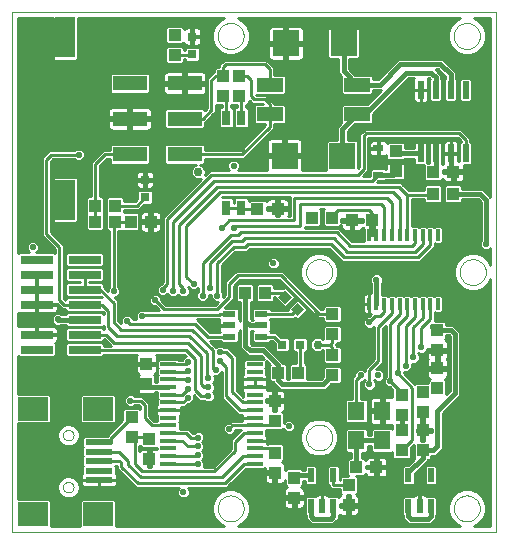
<source format=gtl>
G75*
G70*
%OFA0B0*%
%FSLAX24Y24*%
%IPPOS*%
%LPD*%
%AMOC8*
5,1,8,0,0,1.08239X$1,22.5*
%
%ADD10C,0.0000*%
%ADD11R,0.0413X0.0236*%
%ADD12R,0.0315X0.0315*%
%ADD13R,0.0315X0.0315*%
%ADD14R,0.0394X0.0433*%
%ADD15R,0.1100X0.0290*%
%ADD16R,0.0433X0.0394*%
%ADD17R,0.0890X0.0850*%
%ADD18R,0.0870X0.0472*%
%ADD19R,0.0299X0.0500*%
%ADD20R,0.1150X0.0500*%
%ADD21R,0.0650X0.1350*%
%ADD22R,0.0550X0.0137*%
%ADD23R,0.0551X0.0630*%
%ADD24R,0.0217X0.0472*%
%ADD25R,0.0217X0.0591*%
%ADD26R,0.0327X0.0248*%
%ADD27R,0.0120X0.0390*%
%ADD28R,0.0984X0.0787*%
%ADD29R,0.0906X0.0197*%
%ADD30C,0.0210*%
%ADD31C,0.0100*%
%ADD32R,0.0295X0.0295*%
%ADD33C,0.0160*%
%ADD34C,0.0295*%
%ADD35C,0.0300*%
%ADD36C,0.1266*%
%ADD37C,0.0120*%
%ADD38C,0.0240*%
D10*
X000937Y000524D02*
X000937Y017847D01*
X017079Y017847D01*
X017079Y000524D01*
X000937Y000524D01*
X002630Y002020D02*
X002632Y002046D01*
X002638Y002072D01*
X002648Y002097D01*
X002661Y002120D01*
X002677Y002140D01*
X002697Y002158D01*
X002719Y002173D01*
X002742Y002185D01*
X002768Y002193D01*
X002794Y002197D01*
X002820Y002197D01*
X002846Y002193D01*
X002872Y002185D01*
X002896Y002173D01*
X002917Y002158D01*
X002937Y002140D01*
X002953Y002120D01*
X002966Y002097D01*
X002976Y002072D01*
X002982Y002046D01*
X002984Y002020D01*
X002982Y001994D01*
X002976Y001968D01*
X002966Y001943D01*
X002953Y001920D01*
X002937Y001900D01*
X002917Y001882D01*
X002895Y001867D01*
X002872Y001855D01*
X002846Y001847D01*
X002820Y001843D01*
X002794Y001843D01*
X002768Y001847D01*
X002742Y001855D01*
X002718Y001867D01*
X002697Y001882D01*
X002677Y001900D01*
X002661Y001920D01*
X002648Y001943D01*
X002638Y001968D01*
X002632Y001994D01*
X002630Y002020D01*
X002630Y003752D02*
X002632Y003778D01*
X002638Y003804D01*
X002648Y003829D01*
X002661Y003852D01*
X002677Y003872D01*
X002697Y003890D01*
X002719Y003905D01*
X002742Y003917D01*
X002768Y003925D01*
X002794Y003929D01*
X002820Y003929D01*
X002846Y003925D01*
X002872Y003917D01*
X002896Y003905D01*
X002917Y003890D01*
X002937Y003872D01*
X002953Y003852D01*
X002966Y003829D01*
X002976Y003804D01*
X002982Y003778D01*
X002984Y003752D01*
X002982Y003726D01*
X002976Y003700D01*
X002966Y003675D01*
X002953Y003652D01*
X002937Y003632D01*
X002917Y003614D01*
X002895Y003599D01*
X002872Y003587D01*
X002846Y003579D01*
X002820Y003575D01*
X002794Y003575D01*
X002768Y003579D01*
X002742Y003587D01*
X002718Y003599D01*
X002697Y003614D01*
X002677Y003632D01*
X002661Y003652D01*
X002648Y003675D01*
X002638Y003700D01*
X002632Y003726D01*
X002630Y003752D01*
X007788Y001311D02*
X007790Y001352D01*
X007796Y001393D01*
X007806Y001433D01*
X007819Y001472D01*
X007836Y001509D01*
X007857Y001545D01*
X007881Y001579D01*
X007908Y001610D01*
X007937Y001638D01*
X007970Y001664D01*
X008004Y001686D01*
X008041Y001705D01*
X008079Y001720D01*
X008119Y001732D01*
X008159Y001740D01*
X008200Y001744D01*
X008242Y001744D01*
X008283Y001740D01*
X008323Y001732D01*
X008363Y001720D01*
X008401Y001705D01*
X008437Y001686D01*
X008472Y001664D01*
X008505Y001638D01*
X008534Y001610D01*
X008561Y001579D01*
X008585Y001545D01*
X008606Y001509D01*
X008623Y001472D01*
X008636Y001433D01*
X008646Y001393D01*
X008652Y001352D01*
X008654Y001311D01*
X008652Y001270D01*
X008646Y001229D01*
X008636Y001189D01*
X008623Y001150D01*
X008606Y001113D01*
X008585Y001077D01*
X008561Y001043D01*
X008534Y001012D01*
X008505Y000984D01*
X008472Y000958D01*
X008438Y000936D01*
X008401Y000917D01*
X008363Y000902D01*
X008323Y000890D01*
X008283Y000882D01*
X008242Y000878D01*
X008200Y000878D01*
X008159Y000882D01*
X008119Y000890D01*
X008079Y000902D01*
X008041Y000917D01*
X008005Y000936D01*
X007970Y000958D01*
X007937Y000984D01*
X007908Y001012D01*
X007881Y001043D01*
X007857Y001077D01*
X007836Y001113D01*
X007819Y001150D01*
X007806Y001189D01*
X007796Y001229D01*
X007790Y001270D01*
X007788Y001311D01*
X010741Y003674D02*
X010743Y003715D01*
X010749Y003756D01*
X010759Y003796D01*
X010772Y003835D01*
X010789Y003872D01*
X010810Y003908D01*
X010834Y003942D01*
X010861Y003973D01*
X010890Y004001D01*
X010923Y004027D01*
X010957Y004049D01*
X010994Y004068D01*
X011032Y004083D01*
X011072Y004095D01*
X011112Y004103D01*
X011153Y004107D01*
X011195Y004107D01*
X011236Y004103D01*
X011276Y004095D01*
X011316Y004083D01*
X011354Y004068D01*
X011390Y004049D01*
X011425Y004027D01*
X011458Y004001D01*
X011487Y003973D01*
X011514Y003942D01*
X011538Y003908D01*
X011559Y003872D01*
X011576Y003835D01*
X011589Y003796D01*
X011599Y003756D01*
X011605Y003715D01*
X011607Y003674D01*
X011605Y003633D01*
X011599Y003592D01*
X011589Y003552D01*
X011576Y003513D01*
X011559Y003476D01*
X011538Y003440D01*
X011514Y003406D01*
X011487Y003375D01*
X011458Y003347D01*
X011425Y003321D01*
X011391Y003299D01*
X011354Y003280D01*
X011316Y003265D01*
X011276Y003253D01*
X011236Y003245D01*
X011195Y003241D01*
X011153Y003241D01*
X011112Y003245D01*
X011072Y003253D01*
X011032Y003265D01*
X010994Y003280D01*
X010958Y003299D01*
X010923Y003321D01*
X010890Y003347D01*
X010861Y003375D01*
X010834Y003406D01*
X010810Y003440D01*
X010789Y003476D01*
X010772Y003513D01*
X010759Y003552D01*
X010749Y003592D01*
X010743Y003633D01*
X010741Y003674D01*
X010741Y009186D02*
X010743Y009227D01*
X010749Y009268D01*
X010759Y009308D01*
X010772Y009347D01*
X010789Y009384D01*
X010810Y009420D01*
X010834Y009454D01*
X010861Y009485D01*
X010890Y009513D01*
X010923Y009539D01*
X010957Y009561D01*
X010994Y009580D01*
X011032Y009595D01*
X011072Y009607D01*
X011112Y009615D01*
X011153Y009619D01*
X011195Y009619D01*
X011236Y009615D01*
X011276Y009607D01*
X011316Y009595D01*
X011354Y009580D01*
X011390Y009561D01*
X011425Y009539D01*
X011458Y009513D01*
X011487Y009485D01*
X011514Y009454D01*
X011538Y009420D01*
X011559Y009384D01*
X011576Y009347D01*
X011589Y009308D01*
X011599Y009268D01*
X011605Y009227D01*
X011607Y009186D01*
X011605Y009145D01*
X011599Y009104D01*
X011589Y009064D01*
X011576Y009025D01*
X011559Y008988D01*
X011538Y008952D01*
X011514Y008918D01*
X011487Y008887D01*
X011458Y008859D01*
X011425Y008833D01*
X011391Y008811D01*
X011354Y008792D01*
X011316Y008777D01*
X011276Y008765D01*
X011236Y008757D01*
X011195Y008753D01*
X011153Y008753D01*
X011112Y008757D01*
X011072Y008765D01*
X011032Y008777D01*
X010994Y008792D01*
X010958Y008811D01*
X010923Y008833D01*
X010890Y008859D01*
X010861Y008887D01*
X010834Y008918D01*
X010810Y008952D01*
X010789Y008988D01*
X010772Y009025D01*
X010759Y009064D01*
X010749Y009104D01*
X010743Y009145D01*
X010741Y009186D01*
X015859Y009186D02*
X015861Y009227D01*
X015867Y009268D01*
X015877Y009308D01*
X015890Y009347D01*
X015907Y009384D01*
X015928Y009420D01*
X015952Y009454D01*
X015979Y009485D01*
X016008Y009513D01*
X016041Y009539D01*
X016075Y009561D01*
X016112Y009580D01*
X016150Y009595D01*
X016190Y009607D01*
X016230Y009615D01*
X016271Y009619D01*
X016313Y009619D01*
X016354Y009615D01*
X016394Y009607D01*
X016434Y009595D01*
X016472Y009580D01*
X016508Y009561D01*
X016543Y009539D01*
X016576Y009513D01*
X016605Y009485D01*
X016632Y009454D01*
X016656Y009420D01*
X016677Y009384D01*
X016694Y009347D01*
X016707Y009308D01*
X016717Y009268D01*
X016723Y009227D01*
X016725Y009186D01*
X016723Y009145D01*
X016717Y009104D01*
X016707Y009064D01*
X016694Y009025D01*
X016677Y008988D01*
X016656Y008952D01*
X016632Y008918D01*
X016605Y008887D01*
X016576Y008859D01*
X016543Y008833D01*
X016509Y008811D01*
X016472Y008792D01*
X016434Y008777D01*
X016394Y008765D01*
X016354Y008757D01*
X016313Y008753D01*
X016271Y008753D01*
X016230Y008757D01*
X016190Y008765D01*
X016150Y008777D01*
X016112Y008792D01*
X016076Y008811D01*
X016041Y008833D01*
X016008Y008859D01*
X015979Y008887D01*
X015952Y008918D01*
X015928Y008952D01*
X015907Y008988D01*
X015890Y009025D01*
X015877Y009064D01*
X015867Y009104D01*
X015861Y009145D01*
X015859Y009186D01*
X015662Y001311D02*
X015664Y001352D01*
X015670Y001393D01*
X015680Y001433D01*
X015693Y001472D01*
X015710Y001509D01*
X015731Y001545D01*
X015755Y001579D01*
X015782Y001610D01*
X015811Y001638D01*
X015844Y001664D01*
X015878Y001686D01*
X015915Y001705D01*
X015953Y001720D01*
X015993Y001732D01*
X016033Y001740D01*
X016074Y001744D01*
X016116Y001744D01*
X016157Y001740D01*
X016197Y001732D01*
X016237Y001720D01*
X016275Y001705D01*
X016311Y001686D01*
X016346Y001664D01*
X016379Y001638D01*
X016408Y001610D01*
X016435Y001579D01*
X016459Y001545D01*
X016480Y001509D01*
X016497Y001472D01*
X016510Y001433D01*
X016520Y001393D01*
X016526Y001352D01*
X016528Y001311D01*
X016526Y001270D01*
X016520Y001229D01*
X016510Y001189D01*
X016497Y001150D01*
X016480Y001113D01*
X016459Y001077D01*
X016435Y001043D01*
X016408Y001012D01*
X016379Y000984D01*
X016346Y000958D01*
X016312Y000936D01*
X016275Y000917D01*
X016237Y000902D01*
X016197Y000890D01*
X016157Y000882D01*
X016116Y000878D01*
X016074Y000878D01*
X016033Y000882D01*
X015993Y000890D01*
X015953Y000902D01*
X015915Y000917D01*
X015879Y000936D01*
X015844Y000958D01*
X015811Y000984D01*
X015782Y001012D01*
X015755Y001043D01*
X015731Y001077D01*
X015710Y001113D01*
X015693Y001150D01*
X015680Y001189D01*
X015670Y001229D01*
X015664Y001270D01*
X015662Y001311D01*
X015662Y017060D02*
X015664Y017101D01*
X015670Y017142D01*
X015680Y017182D01*
X015693Y017221D01*
X015710Y017258D01*
X015731Y017294D01*
X015755Y017328D01*
X015782Y017359D01*
X015811Y017387D01*
X015844Y017413D01*
X015878Y017435D01*
X015915Y017454D01*
X015953Y017469D01*
X015993Y017481D01*
X016033Y017489D01*
X016074Y017493D01*
X016116Y017493D01*
X016157Y017489D01*
X016197Y017481D01*
X016237Y017469D01*
X016275Y017454D01*
X016311Y017435D01*
X016346Y017413D01*
X016379Y017387D01*
X016408Y017359D01*
X016435Y017328D01*
X016459Y017294D01*
X016480Y017258D01*
X016497Y017221D01*
X016510Y017182D01*
X016520Y017142D01*
X016526Y017101D01*
X016528Y017060D01*
X016526Y017019D01*
X016520Y016978D01*
X016510Y016938D01*
X016497Y016899D01*
X016480Y016862D01*
X016459Y016826D01*
X016435Y016792D01*
X016408Y016761D01*
X016379Y016733D01*
X016346Y016707D01*
X016312Y016685D01*
X016275Y016666D01*
X016237Y016651D01*
X016197Y016639D01*
X016157Y016631D01*
X016116Y016627D01*
X016074Y016627D01*
X016033Y016631D01*
X015993Y016639D01*
X015953Y016651D01*
X015915Y016666D01*
X015879Y016685D01*
X015844Y016707D01*
X015811Y016733D01*
X015782Y016761D01*
X015755Y016792D01*
X015731Y016826D01*
X015710Y016862D01*
X015693Y016899D01*
X015680Y016938D01*
X015670Y016978D01*
X015664Y017019D01*
X015662Y017060D01*
X007788Y017060D02*
X007790Y017101D01*
X007796Y017142D01*
X007806Y017182D01*
X007819Y017221D01*
X007836Y017258D01*
X007857Y017294D01*
X007881Y017328D01*
X007908Y017359D01*
X007937Y017387D01*
X007970Y017413D01*
X008004Y017435D01*
X008041Y017454D01*
X008079Y017469D01*
X008119Y017481D01*
X008159Y017489D01*
X008200Y017493D01*
X008242Y017493D01*
X008283Y017489D01*
X008323Y017481D01*
X008363Y017469D01*
X008401Y017454D01*
X008437Y017435D01*
X008472Y017413D01*
X008505Y017387D01*
X008534Y017359D01*
X008561Y017328D01*
X008585Y017294D01*
X008606Y017258D01*
X008623Y017221D01*
X008636Y017182D01*
X008646Y017142D01*
X008652Y017101D01*
X008654Y017060D01*
X008652Y017019D01*
X008646Y016978D01*
X008636Y016938D01*
X008623Y016899D01*
X008606Y016862D01*
X008585Y016826D01*
X008561Y016792D01*
X008534Y016761D01*
X008505Y016733D01*
X008472Y016707D01*
X008438Y016685D01*
X008401Y016666D01*
X008363Y016651D01*
X008323Y016639D01*
X008283Y016631D01*
X008242Y016627D01*
X008200Y016627D01*
X008159Y016631D01*
X008119Y016639D01*
X008079Y016651D01*
X008041Y016666D01*
X008005Y016685D01*
X007970Y016707D01*
X007937Y016733D01*
X007908Y016761D01*
X007881Y016792D01*
X007857Y016826D01*
X007836Y016862D01*
X007819Y016899D01*
X007806Y016938D01*
X007796Y016978D01*
X007790Y017019D01*
X007788Y017060D01*
D11*
X008181Y007788D03*
X008181Y007414D03*
X008181Y007040D03*
X009244Y007040D03*
X009244Y007414D03*
X009244Y007788D03*
D12*
G36*
X009808Y008361D02*
X010030Y008583D01*
X010252Y008361D01*
X010030Y008139D01*
X009808Y008361D01*
G37*
G36*
X010225Y007943D02*
X010447Y008165D01*
X010669Y007943D01*
X010447Y007721D01*
X010225Y007943D01*
G37*
D13*
X009943Y006774D03*
X010534Y006774D03*
X005366Y011676D03*
X005366Y012266D03*
X006941Y016449D03*
X006941Y017040D03*
D14*
X004372Y011400D03*
X004372Y010869D03*
X004884Y010869D03*
X005553Y010869D03*
X003703Y010869D03*
X003703Y011400D03*
X005416Y006124D03*
X005416Y005455D03*
X008696Y008494D03*
X009365Y008494D03*
X010937Y011006D03*
X011607Y011006D03*
X014973Y011794D03*
X015642Y011794D03*
X015111Y007256D03*
X015111Y006587D03*
X015111Y005977D03*
X015111Y005308D03*
X014618Y005189D03*
X014618Y004520D03*
X014618Y003910D03*
X014618Y003241D03*
X012158Y002089D03*
X012158Y001420D03*
X010337Y001666D03*
X010337Y002335D03*
X009697Y002502D03*
X009697Y003172D03*
X009697Y004225D03*
X009697Y004894D03*
X009805Y005839D03*
X010475Y005839D03*
D15*
X003351Y006603D03*
X003351Y007103D03*
X003351Y007603D03*
X003351Y008103D03*
X003351Y008603D03*
X003351Y009103D03*
X003351Y009603D03*
X001751Y009603D03*
X001751Y009103D03*
X001751Y008603D03*
X001751Y008103D03*
X001751Y007103D03*
X001751Y006603D03*
D16*
X004924Y004353D03*
X004924Y003684D03*
X005514Y003615D03*
X005514Y002945D03*
X011616Y005750D03*
X011616Y006420D03*
X011616Y007128D03*
X011616Y007798D03*
X013929Y005091D03*
X013929Y004422D03*
X013929Y003910D03*
X013929Y003241D03*
X013083Y002689D03*
X012414Y002689D03*
X012266Y010908D03*
X012935Y010908D03*
X013733Y012542D03*
X013733Y013211D03*
X014973Y012532D03*
X015642Y012532D03*
X009786Y011302D03*
X009116Y011302D03*
X008516Y015052D03*
X007975Y015052D03*
X007975Y015721D03*
X008516Y015721D03*
X006351Y016430D03*
X006351Y017099D03*
D17*
X010066Y016813D03*
X011986Y016813D03*
X011937Y013073D03*
X010017Y013073D03*
D18*
X009520Y014451D03*
X009520Y015436D03*
X012433Y015436D03*
X012433Y014451D03*
D19*
X008569Y014327D03*
X008069Y014327D03*
X008069Y011327D03*
X008569Y011327D03*
D20*
X006685Y013123D03*
X006685Y014304D03*
X006685Y015485D03*
X004863Y015485D03*
X004863Y014304D03*
X004863Y013123D03*
D21*
X002709Y011594D03*
X002709Y017014D03*
D22*
X006142Y006124D03*
X006142Y005869D03*
X006142Y005613D03*
X006142Y005357D03*
X006142Y005101D03*
X006142Y004845D03*
X006142Y004589D03*
X006142Y004333D03*
X006142Y004077D03*
X006142Y003821D03*
X006142Y003565D03*
X006142Y003310D03*
X006142Y003054D03*
X006142Y002798D03*
X009020Y002798D03*
X009020Y003054D03*
X009020Y003310D03*
X009020Y003565D03*
X009020Y003821D03*
X009020Y004077D03*
X009020Y004333D03*
X009020Y004589D03*
X009020Y004845D03*
X009020Y005101D03*
X009020Y005357D03*
X009020Y005613D03*
X009020Y005869D03*
X009020Y006124D03*
D23*
X012414Y004560D03*
X013280Y004560D03*
X013280Y003575D03*
X012414Y003575D03*
D24*
X011646Y002414D03*
X010898Y002414D03*
X010898Y001390D03*
X011272Y001390D03*
X011646Y001390D03*
X014146Y001390D03*
X014520Y001390D03*
X014894Y001390D03*
X014894Y002414D03*
X014146Y002414D03*
D25*
X014557Y013142D03*
X015057Y013142D03*
X015557Y013142D03*
X016057Y013142D03*
X016057Y015268D03*
X015557Y015268D03*
X015057Y015268D03*
X014557Y015268D03*
D26*
X013142Y013315D03*
X013142Y012437D03*
D27*
X013083Y010433D03*
X012827Y010433D03*
X013339Y010433D03*
X013595Y010433D03*
X013851Y010433D03*
X014107Y010433D03*
X014363Y010433D03*
X014618Y010433D03*
X014874Y010433D03*
X015130Y010433D03*
X015130Y008135D03*
X014874Y008135D03*
X014618Y008135D03*
X014363Y008135D03*
X014107Y008135D03*
X013851Y008135D03*
X013595Y008135D03*
X013339Y008135D03*
X013083Y008135D03*
X012827Y008135D03*
D28*
X003792Y004638D03*
X001626Y004638D03*
X001626Y001134D03*
X003792Y001134D03*
D29*
X003831Y002256D03*
X003831Y002571D03*
X003831Y002886D03*
X003831Y003201D03*
X003831Y003516D03*
D30*
X004185Y003514D03*
X004874Y004904D03*
X005416Y005455D03*
X005563Y005002D03*
X005465Y006134D03*
X004776Y007561D03*
X005268Y007709D03*
X005711Y008250D03*
X005957Y008595D03*
X006301Y008546D03*
X006646Y008546D03*
X006990Y008792D03*
X007286Y008398D03*
X007532Y008644D03*
X007778Y008398D03*
X007581Y007414D03*
X007876Y006528D03*
X007876Y006233D03*
X007729Y005937D03*
X007483Y005642D03*
X007483Y005347D03*
X007483Y005052D03*
X006794Y005002D03*
X006794Y005298D03*
X006794Y005593D03*
X006794Y005888D03*
X006794Y006184D03*
X008172Y003969D03*
X007138Y003674D03*
X007138Y003378D03*
X007138Y003083D03*
X007138Y002788D03*
X006646Y001853D03*
X005514Y002886D03*
X003890Y001853D03*
X002512Y006626D03*
X001751Y006603D03*
X001725Y007611D03*
X002463Y007611D03*
X004333Y008546D03*
X005022Y010170D03*
X003447Y010367D03*
X002168Y009973D03*
X001626Y010022D03*
X003152Y013093D03*
X004874Y014304D03*
X006449Y012532D03*
X007926Y010662D03*
X008319Y010662D03*
X009648Y009481D03*
X010937Y011006D03*
X009796Y011302D03*
X008319Y012729D03*
X007433Y015928D03*
X006351Y017099D03*
X011272Y015682D03*
X014077Y015239D03*
X014973Y012532D03*
X014766Y010957D03*
X013083Y008939D03*
X012109Y008054D03*
X012847Y007512D03*
X014057Y006065D03*
X014313Y006341D03*
X014569Y006676D03*
X014963Y007365D03*
X013801Y005810D03*
X013546Y005554D03*
X013142Y005741D03*
X012847Y005445D03*
X012551Y005741D03*
X012847Y004067D03*
X013929Y003910D03*
X014618Y003871D03*
X014618Y005189D03*
X014618Y005593D03*
X015111Y005308D03*
X013093Y002689D03*
X012414Y002689D03*
X012158Y001410D03*
X011272Y001902D03*
X010898Y002414D03*
X010337Y001607D03*
X010898Y001390D03*
X010160Y004048D03*
X009697Y004904D03*
X009805Y005839D03*
X014146Y001390D03*
X014520Y001902D03*
X016735Y010121D03*
X012256Y010908D03*
D31*
X012217Y010871D02*
X011903Y010871D01*
X011903Y010859D02*
X011903Y010956D01*
X012217Y010956D01*
X012217Y010859D01*
X011903Y010859D01*
X011900Y010745D02*
X011845Y010690D01*
X011368Y010690D01*
X011310Y010748D01*
X011310Y011264D01*
X011345Y011299D01*
X011199Y011299D01*
X011234Y011264D01*
X011234Y010748D01*
X011176Y010690D01*
X010699Y010690D01*
X010684Y010705D01*
X010684Y010664D01*
X011826Y010664D01*
X011914Y010576D01*
X011914Y010576D01*
X012269Y010221D01*
X012667Y010221D01*
X012667Y010366D01*
X012667Y010499D01*
X012667Y010621D01*
X012625Y010663D01*
X012622Y010653D01*
X012603Y010619D01*
X012575Y010591D01*
X012540Y010571D01*
X012502Y010561D01*
X012314Y010561D01*
X012314Y010859D01*
X012218Y010859D01*
X012218Y010561D01*
X012030Y010561D01*
X011992Y010571D01*
X011957Y010591D01*
X011929Y010619D01*
X011910Y010653D01*
X011900Y010691D01*
X011900Y010745D01*
X011904Y010674D02*
X010684Y010674D01*
X010534Y010711D02*
X008368Y010711D01*
X008319Y010662D01*
X008172Y010908D02*
X007926Y010662D01*
X008172Y010908D02*
X010337Y010908D01*
X010337Y011646D01*
X013437Y011646D01*
X013595Y011489D01*
X013595Y010433D01*
X013339Y010433D02*
X013339Y011351D01*
X013240Y011449D01*
X010534Y011449D01*
X010534Y010711D01*
X010187Y011058D02*
X010145Y011058D01*
X010152Y011085D01*
X010152Y011253D01*
X009834Y011253D01*
X009834Y011058D01*
X009737Y011058D01*
X009737Y011253D01*
X009433Y011253D01*
X009433Y011350D01*
X009737Y011350D01*
X009737Y011253D01*
X009834Y011253D01*
X009834Y011350D01*
X009737Y011350D01*
X009737Y011648D01*
X009549Y011648D01*
X009511Y011638D01*
X009477Y011619D01*
X009449Y011591D01*
X009429Y011556D01*
X009427Y011546D01*
X009374Y011598D01*
X008858Y011598D01*
X008819Y011559D01*
X008819Y011619D01*
X008760Y011677D01*
X008378Y011677D01*
X008320Y011619D01*
X008320Y011477D01*
X008319Y011477D01*
X008319Y011619D01*
X008260Y011677D01*
X007923Y011677D01*
X007938Y011693D01*
X010187Y011693D01*
X010187Y011058D01*
X010187Y011068D02*
X010148Y011068D01*
X010152Y011167D02*
X010187Y011167D01*
X010187Y011265D02*
X009834Y011265D01*
X009834Y011350D02*
X010152Y011350D01*
X010152Y011518D01*
X010142Y011556D01*
X010122Y011591D01*
X010094Y011619D01*
X010060Y011638D01*
X010022Y011648D01*
X009834Y011648D01*
X009834Y011350D01*
X009834Y011364D02*
X009737Y011364D01*
X009737Y011462D02*
X009834Y011462D01*
X009834Y011561D02*
X009737Y011561D01*
X009432Y011561D02*
X009412Y011561D01*
X009433Y011265D02*
X009737Y011265D01*
X009737Y011167D02*
X009834Y011167D01*
X009834Y011068D02*
X009737Y011068D01*
X010152Y011364D02*
X010187Y011364D01*
X010187Y011462D02*
X010152Y011462D01*
X010139Y011561D02*
X010187Y011561D01*
X010187Y011659D02*
X008778Y011659D01*
X008819Y011561D02*
X008821Y011561D01*
X008569Y011327D02*
X008595Y011302D01*
X009116Y011302D01*
X008569Y011327D02*
X008069Y011327D01*
X008073Y011331D01*
X008319Y011561D02*
X008320Y011561D01*
X008360Y011659D02*
X008278Y011659D01*
X007876Y011843D02*
X006744Y010711D01*
X006744Y009038D01*
X006990Y008792D01*
X007136Y008647D02*
X007075Y008587D01*
X006906Y008587D01*
X006796Y008696D01*
X006796Y008686D01*
X006851Y008631D01*
X006851Y008461D01*
X006731Y008341D01*
X006561Y008341D01*
X006474Y008428D01*
X006386Y008341D01*
X006217Y008341D01*
X006105Y008453D01*
X006042Y008390D01*
X005872Y008390D01*
X005752Y008510D01*
X005752Y008680D01*
X005872Y008800D01*
X005901Y008800D01*
X005955Y008854D01*
X005955Y011019D01*
X006042Y011107D01*
X006043Y011107D01*
X007243Y012307D01*
X007187Y012284D01*
X007089Y012284D01*
X006998Y012322D01*
X006928Y012392D01*
X006890Y012483D01*
X006890Y012581D01*
X006928Y012672D01*
X006998Y012742D01*
X007072Y012773D01*
X006069Y012773D01*
X006010Y012831D01*
X006010Y013414D01*
X006069Y013472D01*
X007302Y013472D01*
X007360Y013414D01*
X007360Y013272D01*
X008552Y013272D01*
X009370Y014090D01*
X009370Y014115D01*
X009044Y014115D01*
X008985Y014174D01*
X008985Y014729D01*
X009044Y014787D01*
X009296Y014787D01*
X009291Y014793D01*
X008946Y014793D01*
X008858Y014881D01*
X008833Y014907D01*
X008833Y014813D01*
X008774Y014755D01*
X008719Y014755D01*
X008719Y014677D01*
X008760Y014677D01*
X008819Y014619D01*
X008819Y014036D01*
X008760Y013977D01*
X008378Y013977D01*
X008320Y014036D01*
X008320Y014619D01*
X008378Y014677D01*
X008419Y014677D01*
X008419Y014755D01*
X008258Y014755D01*
X008245Y014768D01*
X008233Y014755D01*
X008219Y014755D01*
X008219Y014677D01*
X008260Y014677D01*
X008319Y014619D01*
X008319Y014036D01*
X008260Y013977D01*
X007878Y013977D01*
X007820Y014036D01*
X007820Y014619D01*
X007878Y014677D01*
X007919Y014677D01*
X007919Y014755D01*
X007731Y014755D01*
X007731Y014537D01*
X007643Y014449D01*
X007360Y014166D01*
X007360Y014012D01*
X007302Y013954D01*
X006069Y013954D01*
X006010Y014012D01*
X006010Y014595D01*
X006069Y014654D01*
X007302Y014654D01*
X007360Y014595D01*
X007360Y014590D01*
X007431Y014661D01*
X007431Y015521D01*
X007431Y015645D01*
X007657Y015871D01*
X007658Y015871D01*
X007658Y015959D01*
X007717Y016018D01*
X007825Y016018D01*
X007825Y016088D01*
X007913Y016176D01*
X007923Y016187D01*
X008011Y016274D01*
X009291Y016274D01*
X009415Y016274D01*
X009670Y016019D01*
X009670Y015895D01*
X009670Y015772D01*
X009996Y015772D01*
X010055Y015713D01*
X010055Y015158D01*
X009996Y015099D01*
X009064Y015099D01*
X009070Y015093D01*
X009291Y015093D01*
X009415Y015093D01*
X009670Y014838D01*
X009670Y014787D01*
X009996Y014787D01*
X010055Y014729D01*
X010055Y014174D01*
X009996Y014115D01*
X009670Y014115D01*
X009670Y014090D01*
X009670Y013966D01*
X008677Y012973D01*
X008552Y012973D01*
X007360Y012973D01*
X007360Y012831D01*
X007302Y012773D01*
X007204Y012773D01*
X007278Y012742D01*
X007348Y012672D01*
X007386Y012581D01*
X007386Y012483D01*
X007363Y012427D01*
X007519Y012584D01*
X007643Y012584D01*
X008175Y012584D01*
X008114Y012644D01*
X008114Y012814D01*
X008234Y012934D01*
X008404Y012934D01*
X008524Y012814D01*
X008524Y012644D01*
X008464Y012584D01*
X009436Y012584D01*
X009432Y012590D01*
X009422Y012629D01*
X009422Y013023D01*
X009967Y013023D01*
X009967Y013123D01*
X009422Y013123D01*
X009422Y013518D01*
X009432Y013556D01*
X009452Y013590D01*
X009480Y013618D01*
X009514Y013638D01*
X009552Y013648D01*
X009967Y013648D01*
X009967Y013123D01*
X010067Y013123D01*
X010612Y013123D01*
X010612Y013518D01*
X010601Y013556D01*
X010582Y013590D01*
X010554Y013618D01*
X010520Y013638D01*
X010481Y013648D01*
X010067Y013648D01*
X010067Y013123D01*
X010067Y013023D01*
X010612Y013023D01*
X010612Y012629D01*
X010601Y012590D01*
X010597Y012584D01*
X011415Y012584D01*
X011392Y012607D01*
X011392Y013540D01*
X011450Y013598D01*
X011757Y013598D01*
X011757Y013880D01*
X011757Y014029D01*
X011900Y014172D01*
X011898Y014174D01*
X011898Y014729D01*
X011957Y014787D01*
X012781Y014787D01*
X013249Y015256D01*
X013117Y015256D01*
X012968Y015256D01*
X012968Y015158D01*
X012910Y015099D01*
X011957Y015099D01*
X011898Y015158D01*
X011898Y015713D01*
X011900Y015715D01*
X011806Y015808D01*
X011806Y015958D01*
X011806Y016288D01*
X011499Y016288D01*
X011441Y016347D01*
X011441Y017280D01*
X011499Y017338D01*
X012472Y017338D01*
X012531Y017280D01*
X012531Y016347D01*
X012472Y016288D01*
X012166Y016288D01*
X012166Y015958D01*
X012352Y015772D01*
X012910Y015772D01*
X012968Y015713D01*
X012968Y015615D01*
X013117Y015615D01*
X013700Y016199D01*
X013806Y016304D01*
X015134Y016304D01*
X015284Y016304D01*
X015737Y015851D01*
X015737Y015701D01*
X015737Y015633D01*
X015766Y015605D01*
X015766Y014931D01*
X015707Y014873D01*
X015408Y014873D01*
X015349Y014931D01*
X015349Y015605D01*
X015377Y015633D01*
X015377Y015701D01*
X015134Y015944D01*
X015053Y015944D01*
X015094Y015904D01*
X015237Y015760D01*
X015237Y015633D01*
X015266Y015605D01*
X015266Y014931D01*
X015207Y014873D01*
X014908Y014873D01*
X014849Y014931D01*
X014849Y015605D01*
X014866Y015622D01*
X014839Y015649D01*
X014789Y015649D01*
X014805Y015621D01*
X014816Y015583D01*
X014816Y015272D01*
X014562Y015272D01*
X014562Y015264D01*
X014816Y015264D01*
X014816Y014953D01*
X014805Y014915D01*
X014786Y014881D01*
X014758Y014853D01*
X014724Y014833D01*
X014685Y014823D01*
X014562Y014823D01*
X014562Y015264D01*
X014553Y015264D01*
X014299Y015264D01*
X014299Y014953D01*
X014309Y014915D01*
X014329Y014881D01*
X014357Y014853D01*
X014391Y014833D01*
X014429Y014823D01*
X014553Y014823D01*
X014553Y015264D01*
X014553Y015272D01*
X014299Y015272D01*
X014299Y015583D01*
X014309Y015621D01*
X014325Y015649D01*
X014152Y015649D01*
X012968Y014466D01*
X012968Y014174D01*
X012910Y014115D01*
X012352Y014115D01*
X012117Y013880D01*
X012117Y013598D01*
X012423Y013598D01*
X012482Y013540D01*
X012482Y012674D01*
X012500Y012693D01*
X012500Y013775D01*
X012588Y013863D01*
X012686Y013961D01*
X012810Y013961D01*
X015911Y013961D01*
X015999Y013874D01*
X016207Y013665D01*
X016207Y013541D01*
X016207Y013537D01*
X016266Y013479D01*
X016266Y012805D01*
X016207Y012747D01*
X016009Y012747D01*
X016009Y012580D01*
X015691Y012580D01*
X015691Y012483D01*
X016009Y012483D01*
X016009Y012315D01*
X015998Y012277D01*
X015979Y012243D01*
X015951Y012215D01*
X015916Y012195D01*
X015878Y012185D01*
X015690Y012185D01*
X015690Y012483D01*
X015594Y012483D01*
X015594Y012185D01*
X015406Y012185D01*
X015368Y012195D01*
X015333Y012215D01*
X015305Y012243D01*
X015286Y012277D01*
X015283Y012287D01*
X015231Y012235D01*
X014715Y012235D01*
X014656Y012294D01*
X014656Y012747D01*
X014408Y012747D01*
X014349Y012805D01*
X014349Y012962D01*
X014038Y012962D01*
X013991Y012914D01*
X013475Y012914D01*
X013416Y012973D01*
X013416Y013090D01*
X013398Y013071D01*
X013363Y013052D01*
X013325Y013041D01*
X013154Y013041D01*
X013154Y013303D01*
X013130Y013303D01*
X013130Y013041D01*
X012959Y013041D01*
X012921Y013052D01*
X012887Y013071D01*
X012859Y013099D01*
X012839Y013134D01*
X012829Y013172D01*
X012829Y013303D01*
X013130Y013303D01*
X013130Y013327D01*
X012829Y013327D01*
X012829Y013459D01*
X012839Y013497D01*
X012859Y013532D01*
X012800Y013532D01*
X012859Y013532D02*
X012887Y013559D01*
X012921Y013579D01*
X012959Y013589D01*
X013130Y013589D01*
X013130Y013328D01*
X013154Y013328D01*
X013154Y013589D01*
X013325Y013589D01*
X013363Y013579D01*
X013398Y013559D01*
X013425Y013532D01*
X014402Y013532D01*
X014408Y013537D02*
X014349Y013479D01*
X014349Y013322D01*
X014049Y013322D01*
X014049Y013449D01*
X013991Y013508D01*
X013475Y013508D01*
X013449Y013482D01*
X013445Y013497D01*
X013425Y013532D01*
X013154Y013532D02*
X013130Y013532D01*
X013130Y013433D02*
X013154Y013433D01*
X013154Y013335D02*
X013130Y013335D01*
X013130Y013236D02*
X013154Y013236D01*
X013154Y013138D02*
X013130Y013138D01*
X013416Y013039D02*
X012800Y013039D01*
X012800Y012941D02*
X013448Y012941D01*
X013475Y012839D02*
X013416Y012780D01*
X013416Y012617D01*
X013391Y012617D01*
X013347Y012661D01*
X012937Y012661D01*
X012879Y012603D01*
X012879Y012387D01*
X012618Y012387D01*
X012800Y012568D01*
X012800Y012693D01*
X012800Y013651D01*
X012810Y013661D01*
X015787Y013661D01*
X015907Y013541D01*
X015907Y013537D01*
X015849Y013479D01*
X015849Y012879D01*
X015816Y012879D01*
X015816Y013138D01*
X015562Y013138D01*
X015562Y013146D01*
X015816Y013146D01*
X015816Y013457D01*
X015805Y013495D01*
X015786Y013530D01*
X015758Y013557D01*
X015724Y013577D01*
X015685Y013587D01*
X015562Y013587D01*
X015562Y013147D01*
X015553Y013147D01*
X015553Y013587D01*
X015429Y013587D01*
X015391Y013577D01*
X015357Y013557D01*
X015329Y013530D01*
X015309Y013495D01*
X015299Y013457D01*
X015299Y013146D01*
X015553Y013146D01*
X015553Y013138D01*
X015299Y013138D01*
X015299Y012827D01*
X015302Y012815D01*
X015286Y012787D01*
X015283Y012776D01*
X015260Y012800D01*
X015266Y012805D01*
X015266Y013479D01*
X015207Y013537D01*
X014908Y013537D01*
X014849Y013479D01*
X014849Y012829D01*
X014766Y012829D01*
X014766Y013479D01*
X014707Y013537D01*
X014408Y013537D01*
X014349Y013433D02*
X014049Y013433D01*
X014049Y013335D02*
X014349Y013335D01*
X014349Y012941D02*
X014017Y012941D01*
X013991Y012839D02*
X013475Y012839D01*
X013416Y012743D02*
X012800Y012743D01*
X012800Y012645D02*
X012921Y012645D01*
X012879Y012546D02*
X012778Y012546D01*
X012679Y012448D02*
X012879Y012448D01*
X012945Y012237D02*
X007679Y012237D01*
X006301Y010859D01*
X006301Y008546D01*
X006150Y008408D02*
X006059Y008408D01*
X005916Y008335D02*
X005796Y008455D01*
X005626Y008455D01*
X005506Y008335D01*
X005506Y008166D01*
X005626Y008045D01*
X005704Y008045D01*
X005841Y007908D01*
X005379Y007908D01*
X005359Y007908D01*
X005353Y007914D01*
X005183Y007914D01*
X005063Y007794D01*
X005063Y007624D01*
X005074Y007613D01*
X004981Y007613D01*
X004981Y007646D01*
X004861Y007766D01*
X004691Y007766D01*
X004571Y007646D01*
X004571Y007486D01*
X004483Y007574D01*
X004483Y008090D01*
X004483Y008214D01*
X004356Y008341D01*
X004418Y008341D01*
X004538Y008461D01*
X004538Y008631D01*
X004483Y008686D01*
X004483Y010552D01*
X004611Y010552D01*
X004628Y010570D01*
X004646Y010552D01*
X005122Y010552D01*
X005181Y010611D01*
X005181Y011127D01*
X005122Y011185D01*
X004669Y011185D01*
X004669Y011250D01*
X005029Y011250D01*
X005153Y011250D01*
X005321Y011418D01*
X005565Y011418D01*
X005624Y011477D01*
X005624Y011875D01*
X005565Y011933D01*
X005168Y011933D01*
X005109Y011875D01*
X005109Y011630D01*
X005029Y011550D01*
X004669Y011550D01*
X004669Y011658D01*
X004611Y011717D01*
X004134Y011717D01*
X004076Y011658D01*
X004076Y011142D01*
X004083Y011134D01*
X004076Y011127D01*
X004076Y010611D01*
X004134Y010552D01*
X004183Y010552D01*
X004183Y008686D01*
X004128Y008631D01*
X004128Y008569D01*
X004032Y008665D01*
X004001Y008696D01*
X004001Y008789D01*
X003943Y008848D01*
X003501Y008848D01*
X003501Y008858D01*
X003943Y008858D01*
X004001Y008916D01*
X004001Y009289D01*
X003943Y009348D01*
X002760Y009348D01*
X002701Y009289D01*
X002701Y008916D01*
X002760Y008858D01*
X003201Y008858D01*
X003201Y008848D01*
X002760Y008848D01*
X002701Y008789D01*
X002701Y008416D01*
X002760Y008358D01*
X003915Y008358D01*
X003925Y008348D01*
X002760Y008348D01*
X002701Y008289D01*
X002701Y008273D01*
X002662Y008313D01*
X002662Y009960D01*
X002662Y010084D01*
X002219Y010527D01*
X002219Y012864D01*
X002299Y012943D01*
X003012Y012943D01*
X003067Y012888D01*
X003237Y012888D01*
X003357Y013008D01*
X003357Y013178D01*
X003237Y013298D01*
X003067Y013298D01*
X003012Y013243D01*
X002299Y013243D01*
X002174Y013243D01*
X001919Y012988D01*
X001919Y012864D01*
X001919Y010527D01*
X001919Y010403D01*
X002362Y009960D01*
X002362Y009829D01*
X002343Y009848D01*
X001742Y009848D01*
X001831Y009937D01*
X001831Y010107D01*
X001711Y010227D01*
X001541Y010227D01*
X001421Y010107D01*
X001421Y009937D01*
X001511Y009848D01*
X001160Y009848D01*
X001137Y009825D01*
X001137Y017647D01*
X002284Y017647D01*
X002284Y016297D01*
X002343Y016239D01*
X003075Y016239D01*
X003134Y016297D01*
X003134Y017647D01*
X007985Y017647D01*
X007862Y017596D01*
X007684Y017418D01*
X007588Y017185D01*
X007588Y016934D01*
X007684Y016701D01*
X007862Y016523D01*
X008095Y016426D01*
X008347Y016426D01*
X008579Y016523D01*
X008757Y016701D01*
X008854Y016934D01*
X008854Y017185D01*
X008757Y017418D01*
X008579Y017596D01*
X008457Y017647D01*
X015859Y017647D01*
X015736Y017596D01*
X015558Y017418D01*
X015462Y017185D01*
X015462Y016934D01*
X015558Y016701D01*
X015736Y016523D01*
X015969Y016426D01*
X016221Y016426D01*
X016453Y016523D01*
X016631Y016701D01*
X016728Y016934D01*
X016728Y017185D01*
X016631Y017418D01*
X016453Y017596D01*
X016331Y017647D01*
X016879Y017647D01*
X016879Y011707D01*
X016809Y011777D01*
X016612Y011974D01*
X016463Y011974D01*
X015939Y011974D01*
X015939Y012052D01*
X015880Y012110D01*
X015404Y012110D01*
X015345Y012052D01*
X015345Y011536D01*
X015404Y011477D01*
X015880Y011477D01*
X015939Y011536D01*
X015939Y011614D01*
X016463Y011614D01*
X016555Y011522D01*
X016555Y010230D01*
X016530Y010205D01*
X016530Y010036D01*
X016650Y009916D01*
X016819Y009916D01*
X016879Y009975D01*
X016879Y009421D01*
X016828Y009544D01*
X016650Y009722D01*
X016418Y009819D01*
X016166Y009819D01*
X015933Y009722D01*
X015755Y009544D01*
X015659Y009311D01*
X015659Y009060D01*
X015755Y008827D01*
X015933Y008649D01*
X016166Y008552D01*
X016418Y008552D01*
X016650Y008649D01*
X016828Y008827D01*
X016879Y008949D01*
X016879Y000724D01*
X016331Y000724D01*
X016453Y000775D01*
X016631Y000953D01*
X016728Y001186D01*
X016728Y001437D01*
X016631Y001670D01*
X016453Y001848D01*
X016221Y001945D01*
X015969Y001945D01*
X015736Y001848D01*
X015558Y001670D01*
X015462Y001437D01*
X015462Y001186D01*
X015558Y000953D01*
X015736Y000775D01*
X015859Y000724D01*
X008457Y000724D01*
X008579Y000775D01*
X008757Y000953D01*
X008854Y001186D01*
X008854Y001437D01*
X008757Y001670D01*
X008579Y001848D01*
X008347Y001945D01*
X008095Y001945D01*
X007862Y001848D01*
X007684Y001670D01*
X007588Y001437D01*
X007588Y001186D01*
X007684Y000953D01*
X007862Y000775D01*
X007985Y000724D01*
X004384Y000724D01*
X004384Y001569D01*
X004325Y001628D01*
X003258Y001628D01*
X003200Y001569D01*
X003200Y000724D01*
X002218Y000724D01*
X002218Y001569D01*
X002160Y001628D01*
X001137Y001628D01*
X001137Y004145D01*
X002160Y004145D01*
X002218Y004203D01*
X002218Y005073D01*
X002160Y005132D01*
X001137Y005132D01*
X001137Y006381D01*
X001160Y006358D01*
X002343Y006358D01*
X002401Y006416D01*
X002401Y006789D01*
X002368Y006823D01*
X002394Y006838D01*
X002421Y006866D01*
X002441Y006900D01*
X002451Y006938D01*
X002451Y007080D01*
X001774Y007080D01*
X001774Y007125D01*
X002451Y007125D01*
X002451Y007268D01*
X002441Y007306D01*
X002421Y007340D01*
X002394Y007368D01*
X002359Y007388D01*
X002321Y007398D01*
X001774Y007398D01*
X001774Y007126D01*
X001729Y007126D01*
X001729Y007398D01*
X001182Y007398D01*
X001144Y007388D01*
X001137Y007384D01*
X001137Y007822D01*
X001144Y007818D01*
X001182Y007808D01*
X001729Y007808D01*
X001729Y008080D01*
X001774Y008080D01*
X001774Y007808D01*
X002321Y007808D01*
X002359Y007818D01*
X002394Y007838D01*
X002421Y007866D01*
X002441Y007900D01*
X002451Y007938D01*
X002451Y008080D01*
X001774Y008080D01*
X001774Y008125D01*
X002425Y008125D01*
X002450Y008100D01*
X002598Y007953D01*
X002701Y007953D01*
X002701Y007916D01*
X002760Y007858D01*
X003943Y007858D01*
X003958Y007872D01*
X003986Y007844D01*
X003986Y007805D01*
X003943Y007848D01*
X002760Y007848D01*
X002701Y007789D01*
X002701Y007783D01*
X002581Y007783D01*
X002548Y007816D01*
X002378Y007816D01*
X002258Y007696D01*
X002258Y007526D01*
X002378Y007406D01*
X002548Y007406D01*
X002565Y007423D01*
X002701Y007423D01*
X002701Y007416D01*
X002760Y007358D01*
X003943Y007358D01*
X003986Y007401D01*
X003986Y007305D01*
X003943Y007348D01*
X002760Y007348D01*
X002701Y007289D01*
X002701Y006916D01*
X002760Y006858D01*
X003943Y006858D01*
X004001Y006916D01*
X004001Y006943D01*
X004217Y006727D01*
X004001Y006727D01*
X004001Y006789D01*
X003943Y006848D01*
X002760Y006848D01*
X002701Y006789D01*
X002701Y006416D01*
X002760Y006358D01*
X003943Y006358D01*
X004001Y006416D01*
X004001Y006427D01*
X005095Y006427D01*
X005079Y006399D01*
X005069Y006361D01*
X005069Y006173D01*
X005367Y006173D01*
X005367Y006076D01*
X005069Y006076D01*
X005069Y005888D01*
X005079Y005850D01*
X005099Y005816D01*
X005127Y005788D01*
X005161Y005768D01*
X005171Y005765D01*
X005119Y005713D01*
X005119Y005197D01*
X005177Y005139D01*
X005654Y005139D01*
X005692Y005177D01*
X005767Y005177D01*
X005767Y004991D01*
X005785Y004973D01*
X005767Y004955D01*
X005767Y004770D01*
X005747Y004750D01*
X005727Y004715D01*
X005717Y004677D01*
X005717Y004589D01*
X005717Y004501D01*
X005727Y004463D01*
X005747Y004428D01*
X005767Y004408D01*
X005767Y004227D01*
X005665Y004227D01*
X005516Y004376D01*
X005516Y004694D01*
X005516Y004819D01*
X005281Y005054D01*
X005157Y005054D01*
X005014Y005054D01*
X004959Y005109D01*
X004789Y005109D01*
X004669Y004989D01*
X004669Y004819D01*
X004789Y004699D01*
X004959Y004699D01*
X005014Y004754D01*
X005157Y004754D01*
X005216Y004694D01*
X005216Y004615D01*
X005181Y004650D01*
X004666Y004650D01*
X004607Y004591D01*
X004607Y004248D01*
X004094Y003735D01*
X004069Y003715D01*
X003337Y003715D01*
X003278Y003656D01*
X003278Y003376D01*
X003296Y003359D01*
X003278Y003341D01*
X003278Y003061D01*
X003296Y003044D01*
X003278Y003026D01*
X003278Y002746D01*
X003296Y002729D01*
X003278Y002711D01*
X003278Y002467D01*
X003258Y002447D01*
X003239Y002413D01*
X003228Y002375D01*
X003228Y002257D01*
X003831Y002257D01*
X003831Y002256D01*
X003831Y002008D01*
X004304Y002008D01*
X004342Y002018D01*
X004376Y002038D01*
X004404Y002066D01*
X004424Y002100D01*
X004434Y002138D01*
X004434Y002256D01*
X003831Y002256D01*
X003831Y002256D01*
X003831Y002008D01*
X003359Y002008D01*
X003320Y002018D01*
X003286Y002038D01*
X003258Y002066D01*
X003239Y002100D01*
X003228Y002138D01*
X003228Y002256D01*
X003831Y002256D01*
X003831Y002257D01*
X004434Y002257D01*
X004434Y002375D01*
X004424Y002413D01*
X004404Y002447D01*
X004384Y002467D01*
X004384Y002711D01*
X004366Y002729D01*
X004374Y002736D01*
X004429Y002736D01*
X004429Y002627D01*
X004517Y002539D01*
X005058Y001998D01*
X005183Y001998D01*
X006501Y001998D01*
X006441Y001938D01*
X006441Y001768D01*
X006561Y001648D01*
X006731Y001648D01*
X006851Y001768D01*
X006851Y001938D01*
X006791Y001998D01*
X008086Y001998D01*
X008174Y002086D01*
X008717Y002629D01*
X009337Y002629D01*
X009350Y002643D01*
X009350Y002551D01*
X009648Y002551D01*
X009648Y002454D01*
X009350Y002454D01*
X009350Y002266D01*
X009361Y002228D01*
X009380Y002194D01*
X009408Y002166D01*
X009442Y002146D01*
X009481Y002136D01*
X009649Y002136D01*
X009649Y002454D01*
X009746Y002454D01*
X009746Y002136D01*
X009914Y002136D01*
X009952Y002146D01*
X009986Y002166D01*
X010014Y002194D01*
X010034Y002228D01*
X010040Y002252D01*
X010040Y002077D01*
X010092Y002025D01*
X010082Y002022D01*
X010048Y002002D01*
X008090Y002002D01*
X007996Y001904D02*
X006851Y001904D01*
X006851Y001805D02*
X007819Y001805D01*
X007721Y001707D02*
X006790Y001707D01*
X006502Y001707D02*
X003027Y001707D01*
X003021Y001700D02*
X003127Y001806D01*
X003185Y001945D01*
X003185Y002095D01*
X003127Y002234D01*
X003021Y002340D01*
X002882Y002397D01*
X002732Y002397D01*
X002594Y002340D01*
X002488Y002234D01*
X002430Y002095D01*
X002430Y001945D01*
X002488Y001806D01*
X002594Y001700D01*
X002732Y001643D01*
X002882Y001643D01*
X003021Y001700D01*
X003126Y001805D02*
X006441Y001805D01*
X006441Y001904D02*
X003167Y001904D01*
X003185Y002002D02*
X005054Y002002D01*
X004956Y002101D02*
X004424Y002101D01*
X004434Y002199D02*
X004857Y002199D01*
X004758Y002298D02*
X004434Y002298D01*
X004428Y002396D02*
X004660Y002396D01*
X004561Y002495D02*
X004384Y002495D01*
X004384Y002594D02*
X004463Y002594D01*
X004429Y002692D02*
X004384Y002692D01*
X004579Y002689D02*
X004579Y002837D01*
X004530Y002886D01*
X003831Y002886D01*
X003831Y003201D02*
X004510Y003201D01*
X004805Y002906D01*
X004805Y002758D01*
X005219Y002345D01*
X007926Y002345D01*
X008634Y003054D01*
X009020Y003054D01*
X009020Y002798D02*
X008674Y002798D01*
X008024Y002148D01*
X005120Y002148D01*
X004579Y002689D01*
X005022Y002788D02*
X005022Y003585D01*
X004924Y003684D01*
X005445Y003684D01*
X005514Y003615D01*
X005466Y003292D02*
X005278Y003292D01*
X005240Y003282D01*
X005205Y003262D01*
X005178Y003234D01*
X005172Y003225D01*
X005172Y003387D01*
X005181Y003387D01*
X005198Y003403D01*
X005198Y003376D01*
X005256Y003318D01*
X005767Y003318D01*
X005767Y003288D01*
X005750Y003292D01*
X005563Y003292D01*
X005563Y002994D01*
X005466Y002994D01*
X005466Y003292D01*
X005466Y003283D02*
X005563Y003283D01*
X005563Y003185D02*
X005466Y003185D01*
X005466Y003086D02*
X005563Y003086D01*
X005563Y002897D02*
X005466Y002897D01*
X005466Y002692D01*
X005563Y002692D01*
X005466Y002692D01*
X005563Y002692D02*
X005563Y002897D01*
X005563Y002889D02*
X005466Y002889D01*
X005466Y002791D02*
X005563Y002791D01*
X005268Y002542D02*
X005022Y002788D01*
X005268Y002542D02*
X007679Y002542D01*
X008368Y003231D01*
X008368Y003526D01*
X008664Y003821D01*
X009020Y003821D01*
X009021Y003566D02*
X009445Y003566D01*
X009445Y003654D01*
X009435Y003692D01*
X009415Y003726D01*
X009395Y003746D01*
X009395Y003927D01*
X009440Y003927D01*
X009459Y003908D01*
X009935Y003908D01*
X009972Y003945D01*
X010075Y003843D01*
X010245Y003843D01*
X010365Y003963D01*
X010365Y004133D01*
X010245Y004253D01*
X010075Y004253D01*
X009994Y004172D01*
X009994Y004483D01*
X009942Y004535D01*
X009952Y004538D01*
X009986Y004558D01*
X010014Y004586D01*
X010034Y004620D01*
X010044Y004658D01*
X010044Y004846D01*
X009746Y004846D01*
X009746Y004943D01*
X009649Y004943D01*
X009649Y005261D01*
X009481Y005261D01*
X009442Y005250D01*
X009440Y005249D01*
X009445Y005269D01*
X009445Y005357D01*
X009445Y005445D01*
X009435Y005483D01*
X009434Y005485D01*
X009435Y005486D01*
X009445Y005524D01*
X009445Y005612D01*
X009021Y005612D01*
X009021Y005575D01*
X009021Y005357D01*
X009445Y005357D01*
X009021Y005357D01*
X009021Y005357D01*
X009020Y005357D01*
X009020Y005357D01*
X008595Y005357D01*
X008595Y005445D01*
X008606Y005483D01*
X008607Y005485D01*
X008606Y005486D01*
X008595Y005524D01*
X008595Y005612D01*
X009020Y005612D01*
X009021Y005612D01*
X009021Y005613D01*
X009445Y005613D01*
X009445Y005701D01*
X009435Y005739D01*
X009415Y005773D01*
X009395Y005793D01*
X009395Y005979D01*
X009377Y005997D01*
X009395Y006015D01*
X009395Y006231D01*
X009519Y006107D01*
X009509Y006097D01*
X009509Y005581D01*
X009567Y005523D01*
X009625Y005523D01*
X009625Y005509D01*
X009763Y005371D01*
X009869Y005265D01*
X011237Y005265D01*
X011386Y005265D01*
X011574Y005454D01*
X011874Y005454D01*
X011933Y005512D01*
X011933Y005989D01*
X011874Y006047D01*
X011358Y006047D01*
X011300Y005989D01*
X011300Y005688D01*
X011237Y005625D01*
X010772Y005625D01*
X010772Y006097D01*
X010713Y006156D01*
X010684Y006156D01*
X010684Y006517D01*
X010733Y006517D01*
X010791Y006575D01*
X010791Y006973D01*
X010733Y007032D01*
X010335Y007032D01*
X010276Y006973D01*
X010276Y006575D01*
X010335Y006517D01*
X010384Y006517D01*
X010384Y006156D01*
X010236Y006156D01*
X010178Y006097D01*
X010178Y005625D01*
X010102Y005625D01*
X010102Y006097D01*
X010044Y006156D01*
X009980Y006156D01*
X009483Y006652D01*
X009378Y006757D01*
X008935Y006757D01*
X008893Y006799D01*
X008893Y007234D01*
X008935Y007234D01*
X008958Y007234D01*
X008965Y007227D01*
X008938Y007199D01*
X008938Y006880D01*
X008996Y006822D01*
X009493Y006822D01*
X009551Y006880D01*
X009551Y006890D01*
X009615Y006890D01*
X009686Y006819D01*
X009686Y006575D01*
X009744Y006517D01*
X010142Y006517D01*
X010201Y006575D01*
X010201Y006973D01*
X010142Y007032D01*
X009898Y007032D01*
X009740Y007190D01*
X009615Y007190D01*
X009551Y007190D01*
X009551Y007199D01*
X009524Y007227D01*
X009551Y007254D01*
X009551Y007573D01*
X009524Y007601D01*
X009551Y007628D01*
X009551Y007638D01*
X010263Y007638D01*
X010319Y007634D01*
X010324Y007638D01*
X010330Y007638D01*
X010359Y007667D01*
X010406Y007621D01*
X010489Y007621D01*
X010770Y007902D01*
X010770Y007985D01*
X010489Y008266D01*
X010406Y008266D01*
X010125Y007985D01*
X010125Y007938D01*
X009551Y007938D01*
X009551Y007947D01*
X009493Y008006D01*
X008996Y008006D01*
X008938Y007947D01*
X008938Y007628D01*
X008965Y007601D01*
X008958Y007594D01*
X008935Y007594D01*
X008893Y007636D01*
X008893Y008178D01*
X008934Y008178D01*
X008993Y008236D01*
X008993Y008752D01*
X008934Y008811D01*
X008458Y008811D01*
X008399Y008752D01*
X008399Y008236D01*
X008458Y008178D01*
X008533Y008178D01*
X008533Y007636D01*
X008533Y007571D01*
X008528Y007590D01*
X008508Y007624D01*
X008488Y007644D01*
X008488Y007947D01*
X008430Y008006D01*
X008041Y008006D01*
X008322Y008287D01*
X008322Y008411D01*
X008322Y008730D01*
X008529Y008937D01*
X009832Y008937D01*
X011121Y007648D01*
X011246Y007648D01*
X011300Y007648D01*
X011300Y007559D01*
X011358Y007501D01*
X011874Y007501D01*
X011933Y007559D01*
X011933Y008036D01*
X011874Y008095D01*
X011358Y008095D01*
X011300Y008036D01*
X011300Y007948D01*
X011246Y007948D01*
X009956Y009237D01*
X009832Y009237D01*
X008529Y009237D01*
X008405Y009237D01*
X008109Y008942D01*
X008022Y008854D01*
X008022Y008411D01*
X007983Y008372D01*
X007983Y008483D01*
X007928Y008538D01*
X007928Y009419D01*
X008381Y009872D01*
X008651Y009872D01*
X008775Y009872D01*
X008873Y009971D01*
X011505Y009971D01*
X011948Y009528D01*
X012072Y009528D01*
X014533Y009528D01*
X014621Y009615D01*
X015024Y010019D01*
X015024Y010142D01*
X015029Y010138D01*
X015232Y010138D01*
X015290Y010196D01*
X015290Y010669D01*
X015232Y010728D01*
X015029Y010728D01*
X015002Y010701D01*
X014976Y010728D01*
X014773Y010728D01*
X014746Y010701D01*
X014720Y010728D01*
X014517Y010728D01*
X014490Y010701D01*
X014464Y010728D01*
X014261Y010728D01*
X014257Y010723D01*
X014257Y011614D01*
X014676Y011614D01*
X014676Y011536D01*
X014734Y011477D01*
X015211Y011477D01*
X015270Y011536D01*
X015270Y012052D01*
X015211Y012110D01*
X014734Y012110D01*
X014676Y012052D01*
X014676Y011914D01*
X014169Y011914D01*
X013981Y012102D01*
X013893Y012190D01*
X013110Y012190D01*
X013134Y012213D01*
X013347Y012213D01*
X013391Y012257D01*
X013462Y012257D01*
X013475Y012245D01*
X013991Y012245D01*
X014049Y012304D01*
X014049Y012780D01*
X013991Y012839D01*
X014049Y012743D02*
X014656Y012743D01*
X014656Y012645D02*
X014049Y012645D01*
X014049Y012546D02*
X014656Y012546D01*
X014656Y012448D02*
X014049Y012448D01*
X014049Y012349D02*
X014656Y012349D01*
X014699Y012251D02*
X013996Y012251D01*
X013931Y012152D02*
X016879Y012152D01*
X016879Y012054D02*
X015937Y012054D01*
X015983Y012251D02*
X016879Y012251D01*
X016879Y012349D02*
X016009Y012349D01*
X016009Y012448D02*
X016879Y012448D01*
X016879Y012546D02*
X015691Y012546D01*
X015642Y012532D02*
X015557Y012518D01*
X015593Y012546D02*
X015289Y012546D01*
X015289Y012580D02*
X015593Y012580D01*
X015593Y012483D01*
X015289Y012483D01*
X015289Y012580D01*
X015057Y012518D02*
X014973Y012532D01*
X014849Y012842D02*
X014766Y012842D01*
X014766Y012941D02*
X014849Y012941D01*
X014849Y013039D02*
X014766Y013039D01*
X014766Y013138D02*
X014849Y013138D01*
X014849Y013236D02*
X014766Y013236D01*
X014766Y013335D02*
X014849Y013335D01*
X014849Y013433D02*
X014766Y013433D01*
X014713Y013532D02*
X014902Y013532D01*
X015213Y013532D02*
X015331Y013532D01*
X015299Y013433D02*
X015266Y013433D01*
X015266Y013335D02*
X015299Y013335D01*
X015299Y013236D02*
X015266Y013236D01*
X015266Y013138D02*
X015299Y013138D01*
X015299Y013039D02*
X015266Y013039D01*
X015266Y012941D02*
X015299Y012941D01*
X015299Y012842D02*
X015266Y012842D01*
X015553Y013236D02*
X015562Y013236D01*
X015553Y013335D02*
X015562Y013335D01*
X015553Y013433D02*
X015562Y013433D01*
X015553Y013532D02*
X015562Y013532D01*
X015783Y013532D02*
X015902Y013532D01*
X015849Y013433D02*
X015816Y013433D01*
X015816Y013335D02*
X015849Y013335D01*
X015849Y013236D02*
X015816Y013236D01*
X015816Y013138D02*
X015849Y013138D01*
X015849Y013039D02*
X015816Y013039D01*
X015816Y012941D02*
X015849Y012941D01*
X016009Y012743D02*
X016879Y012743D01*
X016879Y012645D02*
X016009Y012645D01*
X016266Y012842D02*
X016879Y012842D01*
X016879Y012941D02*
X016266Y012941D01*
X016266Y013039D02*
X016879Y013039D01*
X016879Y013138D02*
X016266Y013138D01*
X016266Y013236D02*
X016879Y013236D01*
X016879Y013335D02*
X016266Y013335D01*
X016266Y013433D02*
X016879Y013433D01*
X016879Y013532D02*
X016213Y013532D01*
X016207Y013630D02*
X016879Y013630D01*
X016879Y013729D02*
X016143Y013729D01*
X016045Y013827D02*
X016879Y013827D01*
X016879Y013926D02*
X015946Y013926D01*
X015849Y013811D02*
X016057Y013603D01*
X016057Y013142D01*
X015818Y013630D02*
X012800Y013630D01*
X012650Y013713D02*
X012748Y013811D01*
X015849Y013811D01*
X015908Y014873D02*
X015849Y014931D01*
X015849Y015605D01*
X015908Y015663D01*
X016207Y015663D01*
X016266Y015605D01*
X016266Y014931D01*
X016207Y014873D01*
X015908Y014873D01*
X015869Y014911D02*
X015746Y014911D01*
X015766Y015010D02*
X015849Y015010D01*
X015849Y015109D02*
X015766Y015109D01*
X015766Y015207D02*
X015849Y015207D01*
X015849Y015306D02*
X015766Y015306D01*
X015766Y015404D02*
X015849Y015404D01*
X015849Y015503D02*
X015766Y015503D01*
X015766Y015601D02*
X015849Y015601D01*
X015737Y015700D02*
X016879Y015700D01*
X016879Y015798D02*
X015737Y015798D01*
X015691Y015897D02*
X016879Y015897D01*
X016879Y015995D02*
X015593Y015995D01*
X015494Y016094D02*
X016879Y016094D01*
X016879Y016192D02*
X015395Y016192D01*
X015297Y016291D02*
X016879Y016291D01*
X016879Y016390D02*
X012531Y016390D01*
X012531Y016488D02*
X015820Y016488D01*
X015672Y016587D02*
X012531Y016587D01*
X012531Y016685D02*
X015574Y016685D01*
X015524Y016784D02*
X012531Y016784D01*
X012531Y016882D02*
X015483Y016882D01*
X015462Y016981D02*
X012531Y016981D01*
X012531Y017079D02*
X015462Y017079D01*
X015462Y017178D02*
X012531Y017178D01*
X012531Y017276D02*
X015499Y017276D01*
X015540Y017375D02*
X010574Y017375D01*
X010569Y017378D02*
X010531Y017388D01*
X010116Y017388D01*
X010116Y016864D01*
X010016Y016864D01*
X010016Y017388D01*
X009601Y017388D01*
X009563Y017378D01*
X009529Y017358D01*
X009501Y017331D01*
X009481Y017296D01*
X009471Y017258D01*
X009471Y016863D01*
X010016Y016863D01*
X010016Y016764D01*
X009471Y016764D01*
X009471Y016369D01*
X009481Y016331D01*
X009501Y016296D01*
X009529Y016268D01*
X009563Y016249D01*
X009601Y016238D01*
X010016Y016238D01*
X010016Y016763D01*
X010116Y016763D01*
X010116Y016238D01*
X010531Y016238D01*
X010569Y016249D01*
X010603Y016268D01*
X010631Y016296D01*
X010651Y016331D01*
X010661Y016369D01*
X010661Y016764D01*
X010116Y016764D01*
X010116Y016863D01*
X010661Y016863D01*
X010661Y017258D01*
X010651Y017296D01*
X010631Y017331D01*
X010603Y017358D01*
X010569Y017378D01*
X010656Y017276D02*
X011441Y017276D01*
X011441Y017178D02*
X010661Y017178D01*
X010661Y017079D02*
X011441Y017079D01*
X011441Y016981D02*
X010661Y016981D01*
X010661Y016882D02*
X011441Y016882D01*
X011441Y016784D02*
X010116Y016784D01*
X010116Y016882D02*
X010016Y016882D01*
X010016Y016784D02*
X008792Y016784D01*
X008833Y016882D02*
X009471Y016882D01*
X009471Y016981D02*
X008854Y016981D01*
X008854Y017079D02*
X009471Y017079D01*
X009471Y017178D02*
X008854Y017178D01*
X008816Y017276D02*
X009476Y017276D01*
X009557Y017375D02*
X008775Y017375D01*
X008702Y017474D02*
X015614Y017474D01*
X015712Y017572D02*
X008603Y017572D01*
X007838Y017572D02*
X003134Y017572D01*
X003134Y017474D02*
X007740Y017474D01*
X007666Y017375D02*
X006629Y017375D01*
X006609Y017396D02*
X006093Y017396D01*
X006034Y017337D01*
X006034Y016861D01*
X006093Y016802D01*
X006609Y016802D01*
X006641Y016835D01*
X006644Y016824D01*
X006664Y016790D01*
X006692Y016762D01*
X006726Y016743D01*
X006764Y016732D01*
X006912Y016732D01*
X006912Y017011D01*
X006970Y017011D01*
X006970Y016732D01*
X007118Y016732D01*
X007157Y016743D01*
X007191Y016762D01*
X007219Y016790D01*
X007238Y016824D01*
X007249Y016863D01*
X007249Y017011D01*
X006970Y017011D01*
X006970Y017069D01*
X006912Y017069D01*
X006912Y017347D01*
X006764Y017347D01*
X006726Y017337D01*
X006692Y017317D01*
X006667Y017293D01*
X006667Y017337D01*
X006609Y017396D01*
X006912Y017276D02*
X006970Y017276D01*
X006970Y017347D02*
X007118Y017347D01*
X007157Y017337D01*
X007191Y017317D01*
X007219Y017289D01*
X007238Y017255D01*
X007249Y017217D01*
X007249Y017069D01*
X006970Y017069D01*
X006970Y017347D01*
X006970Y017178D02*
X006912Y017178D01*
X006912Y017079D02*
X006970Y017079D01*
X006970Y016981D02*
X006912Y016981D01*
X006912Y016882D02*
X006970Y016882D01*
X006970Y016784D02*
X006912Y016784D01*
X006742Y016707D02*
X006684Y016648D01*
X006684Y016580D01*
X006667Y016580D01*
X006667Y016668D01*
X006609Y016726D01*
X006093Y016726D01*
X006034Y016668D01*
X006034Y016191D01*
X006093Y016133D01*
X006609Y016133D01*
X006667Y016191D01*
X006667Y016280D01*
X006684Y016280D01*
X006684Y016250D01*
X006742Y016192D01*
X007140Y016192D01*
X007199Y016250D01*
X007199Y016648D01*
X007140Y016707D01*
X006742Y016707D01*
X006721Y016685D02*
X006650Y016685D01*
X006667Y016587D02*
X006684Y016587D01*
X006670Y016784D02*
X003134Y016784D01*
X003134Y016882D02*
X006034Y016882D01*
X006034Y016981D02*
X003134Y016981D01*
X003134Y017079D02*
X006034Y017079D01*
X006034Y017178D02*
X003134Y017178D01*
X003134Y017276D02*
X006034Y017276D01*
X006072Y017375D02*
X003134Y017375D01*
X003134Y016685D02*
X006051Y016685D01*
X006034Y016587D02*
X003134Y016587D01*
X003134Y016488D02*
X006034Y016488D01*
X006034Y016390D02*
X003134Y016390D01*
X003128Y016291D02*
X006034Y016291D01*
X006034Y016192D02*
X001137Y016192D01*
X001137Y016094D02*
X007830Y016094D01*
X007929Y016192D02*
X007141Y016192D01*
X007199Y016291D02*
X009506Y016291D01*
X009497Y016192D02*
X011806Y016192D01*
X011806Y016094D02*
X009595Y016094D01*
X009670Y015995D02*
X011806Y015995D01*
X011806Y015897D02*
X009670Y015897D01*
X009670Y015798D02*
X011816Y015798D01*
X011898Y015700D02*
X010055Y015700D01*
X010055Y015601D02*
X011898Y015601D01*
X011898Y015503D02*
X010055Y015503D01*
X010055Y015404D02*
X011898Y015404D01*
X011898Y015306D02*
X010055Y015306D01*
X010055Y015207D02*
X011898Y015207D01*
X011948Y015109D02*
X010006Y015109D01*
X010055Y014714D02*
X011898Y014714D01*
X011898Y014616D02*
X010055Y014616D01*
X010055Y014517D02*
X011898Y014517D01*
X011898Y014419D02*
X010055Y014419D01*
X010055Y014320D02*
X011898Y014320D01*
X011898Y014222D02*
X010055Y014222D01*
X010004Y014123D02*
X011851Y014123D01*
X011757Y014025D02*
X009670Y014025D01*
X009630Y013926D02*
X011757Y013926D01*
X011757Y013827D02*
X009532Y013827D01*
X009433Y013729D02*
X011757Y013729D01*
X011757Y013630D02*
X010533Y013630D01*
X010608Y013532D02*
X011392Y013532D01*
X011392Y013433D02*
X010612Y013433D01*
X010612Y013335D02*
X011392Y013335D01*
X011392Y013236D02*
X010612Y013236D01*
X010612Y013138D02*
X011392Y013138D01*
X011392Y013039D02*
X010067Y013039D01*
X010067Y013138D02*
X009967Y013138D01*
X009967Y013236D02*
X010067Y013236D01*
X010067Y013335D02*
X009967Y013335D01*
X009967Y013433D02*
X010067Y013433D01*
X010067Y013532D02*
X009967Y013532D01*
X009967Y013630D02*
X010067Y013630D01*
X009500Y013630D02*
X009334Y013630D01*
X009425Y013532D02*
X009236Y013532D01*
X009137Y013433D02*
X009422Y013433D01*
X009422Y013335D02*
X009039Y013335D01*
X008940Y013236D02*
X009422Y013236D01*
X009422Y013138D02*
X008842Y013138D01*
X008743Y013039D02*
X009967Y013039D01*
X009422Y012941D02*
X007360Y012941D01*
X007360Y012842D02*
X008143Y012842D01*
X008114Y012743D02*
X007275Y012743D01*
X007359Y012645D02*
X008114Y012645D01*
X008496Y012842D02*
X009422Y012842D01*
X009422Y012743D02*
X008524Y012743D01*
X008524Y012645D02*
X009422Y012645D01*
X008713Y013433D02*
X007341Y013433D01*
X007360Y013335D02*
X008615Y013335D01*
X008614Y013123D02*
X009520Y014028D01*
X009520Y014451D01*
X009520Y014776D01*
X009353Y014943D01*
X009008Y014943D01*
X008910Y015042D01*
X008910Y015583D01*
X008772Y015721D01*
X008516Y015721D01*
X007975Y015721D02*
X007719Y015721D01*
X007581Y015583D01*
X007581Y014599D01*
X007286Y014304D01*
X006685Y014304D01*
X006031Y014616D02*
X005575Y014616D01*
X005577Y014611D02*
X005558Y014646D01*
X005530Y014674D01*
X005495Y014693D01*
X005457Y014704D01*
X004912Y014704D01*
X004912Y014354D01*
X004813Y014354D01*
X004813Y014704D01*
X004268Y014704D01*
X004230Y014693D01*
X004195Y014674D01*
X004167Y014646D01*
X004148Y014611D01*
X004138Y014573D01*
X004138Y014354D01*
X004812Y014354D01*
X004812Y014254D01*
X004138Y014254D01*
X004138Y014034D01*
X004148Y013996D01*
X004167Y013961D01*
X004195Y013934D01*
X004230Y013914D01*
X004268Y013904D01*
X004813Y013904D01*
X004813Y014253D01*
X004912Y014253D01*
X004912Y013904D01*
X005457Y013904D01*
X005495Y013914D01*
X005530Y013934D01*
X005558Y013961D01*
X005577Y013996D01*
X005587Y014034D01*
X005587Y014254D01*
X004913Y014254D01*
X004913Y014354D01*
X005587Y014354D01*
X005587Y014573D01*
X005577Y014611D01*
X005587Y014517D02*
X006010Y014517D01*
X006010Y014419D02*
X005587Y014419D01*
X005587Y014222D02*
X006010Y014222D01*
X006010Y014320D02*
X004913Y014320D01*
X004912Y014222D02*
X004813Y014222D01*
X004812Y014320D02*
X001137Y014320D01*
X001137Y014222D02*
X004138Y014222D01*
X004138Y014123D02*
X001137Y014123D01*
X001137Y014025D02*
X004140Y014025D01*
X004209Y013926D02*
X001137Y013926D01*
X001137Y013827D02*
X009107Y013827D01*
X009009Y013729D02*
X001137Y013729D01*
X001137Y013630D02*
X008910Y013630D01*
X008812Y013532D02*
X001137Y013532D01*
X001137Y013433D02*
X004207Y013433D01*
X004188Y013414D02*
X004188Y013272D01*
X004100Y013272D01*
X003976Y013272D01*
X003553Y012850D01*
X003553Y012726D01*
X003553Y011717D01*
X003465Y011717D01*
X003406Y011658D01*
X003406Y011142D01*
X003414Y011134D01*
X003406Y011127D01*
X003406Y010611D01*
X003465Y010552D01*
X003941Y010552D01*
X004000Y010611D01*
X004000Y011127D01*
X003992Y011134D01*
X004000Y011142D01*
X004000Y011658D01*
X003941Y011717D01*
X003853Y011717D01*
X003853Y012726D01*
X004100Y012973D01*
X004188Y012973D01*
X004188Y012831D01*
X004246Y012773D01*
X005479Y012773D01*
X005537Y012831D01*
X005537Y013414D01*
X005479Y013472D01*
X004246Y013472D01*
X004188Y013414D01*
X004188Y013335D02*
X001137Y013335D01*
X001137Y013236D02*
X002168Y013236D01*
X002069Y013138D02*
X001137Y013138D01*
X001137Y013039D02*
X001971Y013039D01*
X001919Y012941D02*
X001137Y012941D01*
X001137Y012842D02*
X001919Y012842D01*
X001919Y012743D02*
X001137Y012743D01*
X001137Y012645D02*
X001919Y012645D01*
X001919Y012546D02*
X001137Y012546D01*
X001137Y012448D02*
X001919Y012448D01*
X001919Y012349D02*
X001137Y012349D01*
X001137Y012251D02*
X001919Y012251D01*
X001919Y012152D02*
X001137Y012152D01*
X001137Y012054D02*
X001919Y012054D01*
X001919Y011955D02*
X001137Y011955D01*
X001137Y011857D02*
X001919Y011857D01*
X001919Y011758D02*
X001137Y011758D01*
X001137Y011659D02*
X001919Y011659D01*
X001919Y011561D02*
X001137Y011561D01*
X001137Y011462D02*
X001919Y011462D01*
X001919Y011364D02*
X001137Y011364D01*
X001137Y011265D02*
X001919Y011265D01*
X001919Y011167D02*
X001137Y011167D01*
X001137Y011068D02*
X001919Y011068D01*
X001919Y010970D02*
X001137Y010970D01*
X001137Y010871D02*
X001919Y010871D01*
X001919Y010773D02*
X001137Y010773D01*
X001137Y010674D02*
X001919Y010674D01*
X001919Y010576D02*
X001137Y010576D01*
X001137Y010477D02*
X001919Y010477D01*
X001944Y010378D02*
X001137Y010378D01*
X001137Y010280D02*
X002042Y010280D01*
X002141Y010181D02*
X001757Y010181D01*
X001831Y010083D02*
X002239Y010083D01*
X002338Y009984D02*
X001831Y009984D01*
X001780Y009886D02*
X002362Y009886D01*
X002512Y010022D02*
X002069Y010465D01*
X002069Y012926D01*
X002237Y013093D01*
X003152Y013093D01*
X003299Y013236D02*
X003939Y013236D01*
X003841Y013138D02*
X003357Y013138D01*
X003357Y013039D02*
X003742Y013039D01*
X003644Y012941D02*
X003289Y012941D01*
X003014Y012941D02*
X002296Y012941D01*
X002219Y012842D02*
X003553Y012842D01*
X003553Y012743D02*
X002219Y012743D01*
X002219Y012645D02*
X003553Y012645D01*
X003553Y012546D02*
X002219Y012546D01*
X002219Y012448D02*
X003553Y012448D01*
X003553Y012349D02*
X003095Y012349D01*
X003075Y012369D02*
X002343Y012369D01*
X002284Y012310D01*
X002284Y010877D01*
X002343Y010819D01*
X003075Y010819D01*
X003134Y010877D01*
X003134Y012310D01*
X003075Y012369D01*
X003134Y012251D02*
X003553Y012251D01*
X003553Y012152D02*
X003134Y012152D01*
X003134Y012054D02*
X003553Y012054D01*
X003553Y011955D02*
X003134Y011955D01*
X003134Y011857D02*
X003553Y011857D01*
X003553Y011758D02*
X003134Y011758D01*
X003134Y011659D02*
X003408Y011659D01*
X003406Y011561D02*
X003134Y011561D01*
X003134Y011462D02*
X003406Y011462D01*
X003406Y011364D02*
X003134Y011364D01*
X003134Y011265D02*
X003406Y011265D01*
X003406Y011167D02*
X003134Y011167D01*
X003134Y011068D02*
X003406Y011068D01*
X003406Y010970D02*
X003134Y010970D01*
X003128Y010871D02*
X003406Y010871D01*
X003406Y010773D02*
X002219Y010773D01*
X002219Y010871D02*
X002290Y010871D01*
X002284Y010970D02*
X002219Y010970D01*
X002219Y011068D02*
X002284Y011068D01*
X002284Y011167D02*
X002219Y011167D01*
X002219Y011265D02*
X002284Y011265D01*
X002284Y011364D02*
X002219Y011364D01*
X002219Y011462D02*
X002284Y011462D01*
X002284Y011561D02*
X002219Y011561D01*
X002219Y011659D02*
X002284Y011659D01*
X002284Y011758D02*
X002219Y011758D01*
X002219Y011857D02*
X002284Y011857D01*
X002284Y011955D02*
X002219Y011955D01*
X002219Y012054D02*
X002284Y012054D01*
X002284Y012152D02*
X002219Y012152D01*
X002219Y012251D02*
X002284Y012251D01*
X002323Y012349D02*
X002219Y012349D01*
X003703Y012788D02*
X003703Y011400D01*
X003703Y010869D01*
X003406Y010674D02*
X002219Y010674D01*
X002219Y010576D02*
X003441Y010576D01*
X003965Y010576D02*
X004111Y010576D01*
X004076Y010674D02*
X004000Y010674D01*
X004000Y010773D02*
X004076Y010773D01*
X004076Y010871D02*
X004000Y010871D01*
X004000Y010970D02*
X004076Y010970D01*
X004076Y011068D02*
X004000Y011068D01*
X004000Y011167D02*
X004076Y011167D01*
X004076Y011265D02*
X004000Y011265D01*
X004000Y011364D02*
X004076Y011364D01*
X004076Y011462D02*
X004000Y011462D01*
X004000Y011561D02*
X004076Y011561D01*
X004077Y011659D02*
X003998Y011659D01*
X003853Y011758D02*
X005109Y011758D01*
X005109Y011659D02*
X004668Y011659D01*
X004669Y011561D02*
X005040Y011561D01*
X005091Y011400D02*
X005366Y011676D01*
X005624Y011659D02*
X006595Y011659D01*
X006496Y011561D02*
X005624Y011561D01*
X005610Y011462D02*
X006398Y011462D01*
X006299Y011364D02*
X005267Y011364D01*
X005168Y011265D02*
X006201Y011265D01*
X006102Y011167D02*
X005876Y011167D01*
X005870Y011177D02*
X005842Y011205D01*
X005808Y011225D01*
X005770Y011235D01*
X005602Y011235D01*
X005602Y010917D01*
X005900Y010917D01*
X005900Y011105D01*
X005890Y011143D01*
X005870Y011177D01*
X005900Y011068D02*
X006004Y011068D01*
X005955Y010970D02*
X005900Y010970D01*
X005955Y010871D02*
X005602Y010871D01*
X005602Y010917D02*
X005602Y010820D01*
X005900Y010820D01*
X005900Y010632D01*
X005890Y010594D01*
X005870Y010560D01*
X005842Y010532D01*
X005808Y010512D01*
X005770Y010502D01*
X005602Y010502D01*
X005602Y010820D01*
X005505Y010820D01*
X005505Y010502D01*
X005337Y010502D01*
X005299Y010512D01*
X005264Y010532D01*
X005237Y010560D01*
X005217Y010594D01*
X005207Y010632D01*
X005207Y010820D01*
X005505Y010820D01*
X005505Y010917D01*
X005207Y010917D01*
X005207Y011105D01*
X005217Y011143D01*
X005237Y011177D01*
X005264Y011205D01*
X005299Y011225D01*
X005337Y011235D01*
X005505Y011235D01*
X005505Y010917D01*
X005602Y010917D01*
X005602Y010970D02*
X005505Y010970D01*
X005505Y011068D02*
X005602Y011068D01*
X005602Y011167D02*
X005505Y011167D01*
X005505Y010871D02*
X005181Y010871D01*
X005181Y010773D02*
X005207Y010773D01*
X005207Y010674D02*
X005181Y010674D01*
X005146Y010576D02*
X005228Y010576D01*
X005505Y010576D02*
X005602Y010576D01*
X005602Y010674D02*
X005505Y010674D01*
X005505Y010773D02*
X005602Y010773D01*
X005900Y010773D02*
X005955Y010773D01*
X005955Y010674D02*
X005900Y010674D01*
X005879Y010576D02*
X005955Y010576D01*
X005955Y010477D02*
X004483Y010477D01*
X004483Y010378D02*
X005955Y010378D01*
X005955Y010280D02*
X004483Y010280D01*
X004483Y010181D02*
X005955Y010181D01*
X005955Y010083D02*
X004483Y010083D01*
X004483Y009984D02*
X005955Y009984D01*
X005955Y009886D02*
X004483Y009886D01*
X004483Y009787D02*
X005955Y009787D01*
X005955Y009689D02*
X004483Y009689D01*
X004483Y009590D02*
X005955Y009590D01*
X005955Y009492D02*
X004483Y009492D01*
X004483Y009393D02*
X005955Y009393D01*
X005955Y009294D02*
X004483Y009294D01*
X004483Y009196D02*
X005955Y009196D01*
X005955Y009097D02*
X004483Y009097D01*
X004483Y008999D02*
X005955Y008999D01*
X005955Y008900D02*
X004483Y008900D01*
X004483Y008802D02*
X005902Y008802D01*
X005775Y008703D02*
X004483Y008703D01*
X004538Y008605D02*
X005752Y008605D01*
X005756Y008506D02*
X004538Y008506D01*
X004485Y008408D02*
X005578Y008408D01*
X005506Y008309D02*
X004388Y008309D01*
X004483Y008210D02*
X005506Y008210D01*
X005560Y008112D02*
X004483Y008112D01*
X004483Y008013D02*
X005736Y008013D01*
X005834Y007915D02*
X004483Y007915D01*
X004483Y007816D02*
X005085Y007816D01*
X005063Y007718D02*
X004909Y007718D01*
X004981Y007619D02*
X005068Y007619D01*
X005268Y007709D02*
X005317Y007758D01*
X007827Y007758D01*
X007857Y007788D01*
X008181Y007788D01*
X008048Y008013D02*
X008533Y008013D01*
X008533Y007915D02*
X008488Y007915D01*
X008488Y007816D02*
X008533Y007816D01*
X008533Y007718D02*
X008488Y007718D01*
X008511Y007619D02*
X008533Y007619D01*
X008533Y007257D02*
X008533Y006650D01*
X008638Y006545D01*
X008786Y006397D01*
X008935Y006397D01*
X009229Y006397D01*
X009333Y006293D01*
X008704Y006293D01*
X008645Y006234D01*
X008645Y006015D01*
X008663Y005997D01*
X008645Y005979D01*
X008645Y005793D01*
X008625Y005773D01*
X008606Y005739D01*
X008595Y005701D01*
X008595Y005613D01*
X009020Y005613D01*
X009020Y005612D01*
X009020Y005575D01*
X009020Y005357D01*
X008595Y005357D01*
X008595Y005269D01*
X008606Y005230D01*
X008625Y005196D01*
X008645Y005176D01*
X008645Y005036D01*
X008420Y005261D01*
X008420Y006269D01*
X008420Y006393D01*
X008223Y006590D01*
X008135Y006678D01*
X008016Y006678D01*
X007961Y006733D01*
X007791Y006733D01*
X007739Y006681D01*
X007530Y006890D01*
X007875Y006890D01*
X007875Y006880D01*
X007933Y006822D01*
X008430Y006822D01*
X008488Y006880D01*
X008488Y007184D01*
X008508Y007204D01*
X008528Y007238D01*
X008533Y007257D01*
X008533Y007225D02*
X008520Y007225D01*
X008533Y007126D02*
X008488Y007126D01*
X008488Y007028D02*
X008533Y007028D01*
X008533Y006929D02*
X008488Y006929D01*
X008533Y006831D02*
X008439Y006831D01*
X008533Y006732D02*
X007962Y006732D01*
X007924Y006831D02*
X007589Y006831D01*
X007687Y006732D02*
X007791Y006732D01*
X007876Y006528D02*
X008073Y006528D01*
X008270Y006331D01*
X008270Y005199D01*
X008624Y004845D01*
X009020Y004845D01*
X009020Y004589D02*
X008536Y004589D01*
X008073Y005052D01*
X008073Y006036D01*
X007876Y006233D01*
X007630Y005987D02*
X007630Y006577D01*
X006941Y007266D01*
X004579Y007266D01*
X004333Y007512D01*
X004333Y008152D01*
X003882Y008603D01*
X003351Y008603D01*
X003351Y009103D01*
X002760Y009358D02*
X003943Y009358D01*
X004001Y009416D01*
X004001Y009789D01*
X003943Y009848D01*
X002760Y009848D01*
X002701Y009789D01*
X002701Y009416D01*
X002760Y009358D01*
X002725Y009393D02*
X002662Y009393D01*
X002662Y009294D02*
X002707Y009294D01*
X002701Y009196D02*
X002662Y009196D01*
X002662Y009097D02*
X002701Y009097D01*
X002701Y008999D02*
X002662Y008999D01*
X002662Y008900D02*
X002718Y008900D01*
X002714Y008802D02*
X002662Y008802D01*
X002662Y008703D02*
X002701Y008703D01*
X002701Y008605D02*
X002662Y008605D01*
X002662Y008506D02*
X002701Y008506D01*
X002710Y008408D02*
X002662Y008408D01*
X002666Y008309D02*
X002721Y008309D01*
X002660Y008103D02*
X002512Y008250D01*
X002512Y010022D01*
X002662Y009984D02*
X004183Y009984D01*
X004183Y009886D02*
X002662Y009886D01*
X002662Y009787D02*
X002701Y009787D01*
X002701Y009689D02*
X002662Y009689D01*
X002662Y009590D02*
X002701Y009590D01*
X002701Y009492D02*
X002662Y009492D01*
X002662Y010083D02*
X004183Y010083D01*
X004183Y010181D02*
X002565Y010181D01*
X002466Y010280D02*
X004183Y010280D01*
X004183Y010378D02*
X002368Y010378D01*
X002269Y010477D02*
X004183Y010477D01*
X004333Y010760D02*
X004372Y010800D01*
X004372Y010869D01*
X004884Y010869D01*
X005181Y010970D02*
X005207Y010970D01*
X005207Y011068D02*
X005181Y011068D01*
X005141Y011167D02*
X005231Y011167D01*
X005091Y011400D02*
X004372Y011400D01*
X004333Y010760D02*
X004333Y008546D01*
X004128Y008605D02*
X004092Y008605D01*
X004001Y008703D02*
X004183Y008703D01*
X004183Y008802D02*
X003989Y008802D01*
X003985Y008900D02*
X004183Y008900D01*
X004183Y008999D02*
X004001Y008999D01*
X004001Y009097D02*
X004183Y009097D01*
X004183Y009196D02*
X004001Y009196D01*
X003996Y009294D02*
X004183Y009294D01*
X004183Y009393D02*
X003978Y009393D01*
X004001Y009492D02*
X004183Y009492D01*
X004183Y009590D02*
X004001Y009590D01*
X004001Y009689D02*
X004183Y009689D01*
X004183Y009787D02*
X004001Y009787D01*
X003939Y008103D02*
X003351Y008103D01*
X002660Y008103D01*
X002537Y008013D02*
X002451Y008013D01*
X002445Y007915D02*
X002703Y007915D01*
X002729Y007816D02*
X002353Y007816D01*
X002280Y007718D02*
X001137Y007718D01*
X001137Y007816D02*
X001150Y007816D01*
X001137Y007619D02*
X002258Y007619D01*
X002263Y007521D02*
X001137Y007521D01*
X001137Y007422D02*
X002362Y007422D01*
X002431Y007324D02*
X002736Y007324D01*
X002701Y007422D02*
X002564Y007422D01*
X002451Y007225D02*
X002701Y007225D01*
X002701Y007126D02*
X002451Y007126D01*
X002451Y007028D02*
X002701Y007028D01*
X002701Y006929D02*
X002449Y006929D01*
X002382Y006831D02*
X002743Y006831D01*
X002701Y006732D02*
X002401Y006732D01*
X002401Y006634D02*
X002701Y006634D01*
X002701Y006535D02*
X002401Y006535D01*
X002401Y006437D02*
X002701Y006437D01*
X003351Y006603D02*
X003377Y006577D01*
X006744Y006577D01*
X007040Y006282D01*
X007040Y005249D01*
X007237Y005052D01*
X007483Y005052D01*
X007625Y005199D02*
X007688Y005262D01*
X007688Y005432D01*
X007625Y005495D01*
X007688Y005557D01*
X007688Y005727D01*
X007682Y005732D01*
X007814Y005732D01*
X007923Y005842D01*
X007923Y004989D01*
X008011Y004902D01*
X008474Y004439D01*
X008598Y004439D01*
X008600Y004439D01*
X008595Y004421D01*
X008595Y004333D01*
X008595Y004245D01*
X008600Y004227D01*
X008342Y004227D01*
X008218Y004227D01*
X008164Y004174D01*
X008087Y004174D01*
X007967Y004054D01*
X007967Y003884D01*
X008087Y003764D01*
X008256Y003764D01*
X008377Y003884D01*
X008377Y003927D01*
X008558Y003927D01*
X008306Y003676D01*
X008218Y003588D01*
X008218Y003293D01*
X007617Y002692D01*
X007332Y002692D01*
X007618Y002692D01*
X007716Y002791D02*
X007343Y002791D01*
X007343Y002873D02*
X007343Y002703D01*
X007332Y002692D01*
X007343Y002873D02*
X007280Y002936D01*
X007343Y002998D01*
X007343Y003168D01*
X007280Y003231D01*
X007343Y003294D01*
X007343Y003463D01*
X007280Y003526D01*
X007343Y003589D01*
X007343Y003759D01*
X007223Y003879D01*
X007053Y003879D01*
X006998Y003824D01*
X006954Y003824D01*
X006807Y003971D01*
X006682Y003971D01*
X006517Y003971D01*
X006517Y004187D01*
X006499Y004205D01*
X006517Y004223D01*
X006517Y004408D01*
X006537Y004428D01*
X006556Y004463D01*
X006567Y004501D01*
X006567Y004589D01*
X006567Y004677D01*
X006562Y004695D01*
X006574Y004695D01*
X006698Y004695D01*
X006801Y004797D01*
X006879Y004797D01*
X006999Y004918D01*
X006999Y005077D01*
X007174Y004902D01*
X007299Y004902D01*
X007343Y004902D01*
X007398Y004847D01*
X007567Y004847D01*
X007688Y004967D01*
X007688Y005137D01*
X007625Y005199D01*
X007668Y005156D02*
X007923Y005156D01*
X007923Y005254D02*
X007680Y005254D01*
X007688Y005353D02*
X007923Y005353D01*
X007923Y005451D02*
X007668Y005451D01*
X007680Y005550D02*
X007923Y005550D01*
X007923Y005648D02*
X007688Y005648D01*
X007828Y005747D02*
X007923Y005747D01*
X007729Y005937D02*
X007679Y005937D01*
X007630Y005987D01*
X007433Y005691D02*
X007433Y006479D01*
X006843Y007069D01*
X004431Y007069D01*
X004136Y007365D01*
X004136Y007906D01*
X003939Y008103D01*
X003974Y007816D02*
X003986Y007816D01*
X003967Y007324D02*
X003986Y007324D01*
X004053Y007103D02*
X004333Y006823D01*
X006794Y006823D01*
X007237Y006380D01*
X007237Y005445D01*
X007335Y005347D01*
X007483Y005347D01*
X007483Y005642D02*
X007433Y005691D01*
X006794Y005593D02*
X006774Y005613D01*
X006142Y005613D01*
X006142Y005869D02*
X006774Y005869D01*
X006794Y005888D01*
X006735Y006124D02*
X006794Y006184D01*
X006735Y006124D02*
X006142Y006124D01*
X006458Y006293D02*
X005825Y006293D01*
X005767Y006234D01*
X005767Y006015D01*
X005785Y005997D01*
X005767Y005979D01*
X005767Y005759D01*
X005785Y005741D01*
X005767Y005723D01*
X005767Y005537D01*
X005712Y005537D01*
X005712Y005713D01*
X005660Y005765D01*
X005670Y005768D01*
X005705Y005788D01*
X005733Y005816D01*
X005752Y005850D01*
X005762Y005888D01*
X005762Y006076D01*
X005464Y006076D01*
X005464Y006173D01*
X005762Y006173D01*
X005762Y006361D01*
X005752Y006399D01*
X005736Y006427D01*
X006682Y006427D01*
X006721Y006389D01*
X006709Y006389D01*
X006595Y006274D01*
X006477Y006274D01*
X006458Y006293D01*
X006658Y006338D02*
X005762Y006338D01*
X005762Y006240D02*
X005772Y006240D01*
X005767Y006141D02*
X005464Y006141D01*
X005367Y006141D02*
X001137Y006141D01*
X001137Y006043D02*
X005069Y006043D01*
X005069Y005944D02*
X001137Y005944D01*
X001137Y005845D02*
X005082Y005845D01*
X005153Y005747D02*
X001137Y005747D01*
X001137Y005648D02*
X005119Y005648D01*
X005119Y005550D02*
X001137Y005550D01*
X001137Y005451D02*
X005119Y005451D01*
X005119Y005353D02*
X001137Y005353D01*
X001137Y005254D02*
X005119Y005254D01*
X005160Y005156D02*
X001137Y005156D01*
X001137Y006240D02*
X005069Y006240D01*
X005069Y006338D02*
X001137Y006338D01*
X001729Y007126D02*
X001774Y007126D01*
X001774Y007225D02*
X001729Y007225D01*
X001729Y007324D02*
X001774Y007324D01*
X001774Y007816D02*
X001729Y007816D01*
X001729Y007915D02*
X001774Y007915D01*
X001774Y008013D02*
X001729Y008013D01*
X001774Y008112D02*
X002439Y008112D01*
X001774Y008126D02*
X001729Y008126D01*
X001729Y008398D01*
X001729Y008580D01*
X001774Y008580D01*
X001774Y008398D01*
X001774Y008126D01*
X001774Y008210D02*
X001729Y008210D01*
X001729Y008309D02*
X001774Y008309D01*
X001774Y008408D02*
X001729Y008408D01*
X001729Y008506D02*
X001774Y008506D01*
X001774Y008626D02*
X001729Y008626D01*
X001729Y008808D01*
X001729Y009080D01*
X001774Y009080D01*
X001774Y008808D01*
X001774Y008626D01*
X001774Y008703D02*
X001729Y008703D01*
X001729Y008802D02*
X001774Y008802D01*
X001774Y008900D02*
X001729Y008900D01*
X001729Y008999D02*
X001774Y008999D01*
X001473Y009886D02*
X001137Y009886D01*
X001137Y009984D02*
X001421Y009984D01*
X001421Y010083D02*
X001137Y010083D01*
X001137Y010181D02*
X001496Y010181D01*
X003853Y011857D02*
X005109Y011857D01*
X005151Y011969D02*
X005117Y011989D01*
X005089Y012017D01*
X005069Y012051D01*
X005059Y012089D01*
X005059Y012237D01*
X005337Y012237D01*
X005337Y012295D01*
X005059Y012295D01*
X005059Y012443D01*
X005069Y012482D01*
X005089Y012516D01*
X005117Y012544D01*
X005151Y012563D01*
X005189Y012574D01*
X005338Y012574D01*
X005338Y012295D01*
X005395Y012295D01*
X005395Y012574D01*
X005544Y012574D01*
X005582Y012563D01*
X005616Y012544D01*
X005644Y012516D01*
X005664Y012482D01*
X005674Y012443D01*
X005674Y012295D01*
X005395Y012295D01*
X005395Y012237D01*
X005395Y011959D01*
X005544Y011959D01*
X005582Y011969D01*
X005616Y011989D01*
X005644Y012017D01*
X005664Y012051D01*
X005674Y012089D01*
X005674Y012237D01*
X005395Y012237D01*
X005338Y012237D01*
X005338Y011959D01*
X005189Y011959D01*
X005151Y011969D01*
X005068Y012054D02*
X003853Y012054D01*
X003853Y012152D02*
X005059Y012152D01*
X005059Y012349D02*
X003853Y012349D01*
X003853Y012251D02*
X005337Y012251D01*
X005395Y012251D02*
X007186Y012251D01*
X007088Y012152D02*
X005674Y012152D01*
X005664Y012054D02*
X006989Y012054D01*
X006891Y011955D02*
X003853Y011955D01*
X003853Y012448D02*
X005060Y012448D01*
X005121Y012546D02*
X003853Y012546D01*
X003853Y012645D02*
X006917Y012645D01*
X006890Y012546D02*
X005611Y012546D01*
X005673Y012448D02*
X006905Y012448D01*
X006971Y012349D02*
X005674Y012349D01*
X005395Y012349D02*
X005338Y012349D01*
X005338Y012448D02*
X005395Y012448D01*
X005395Y012546D02*
X005338Y012546D01*
X005537Y012842D02*
X006010Y012842D01*
X006010Y012941D02*
X005537Y012941D01*
X005537Y013039D02*
X006010Y013039D01*
X006010Y013138D02*
X005537Y013138D01*
X005537Y013236D02*
X006010Y013236D01*
X006010Y013335D02*
X005537Y013335D01*
X005518Y013433D02*
X006030Y013433D01*
X006010Y014025D02*
X005585Y014025D01*
X005587Y014123D02*
X006010Y014123D01*
X005516Y013926D02*
X009206Y013926D01*
X009304Y014025D02*
X008808Y014025D01*
X008819Y014123D02*
X009036Y014123D01*
X008985Y014222D02*
X008819Y014222D01*
X008819Y014320D02*
X008985Y014320D01*
X008985Y014419D02*
X008819Y014419D01*
X008819Y014517D02*
X008985Y014517D01*
X008985Y014616D02*
X008819Y014616D01*
X008719Y014714D02*
X008985Y014714D01*
X008927Y014813D02*
X008832Y014813D01*
X008569Y015006D02*
X008516Y015052D01*
X008569Y015006D02*
X008569Y014327D01*
X008331Y014025D02*
X008308Y014025D01*
X008319Y014123D02*
X008320Y014123D01*
X008319Y014222D02*
X008320Y014222D01*
X008319Y014320D02*
X008320Y014320D01*
X008319Y014419D02*
X008320Y014419D01*
X008319Y014517D02*
X008320Y014517D01*
X008319Y014616D02*
X008320Y014616D01*
X008419Y014714D02*
X008219Y014714D01*
X008069Y014957D02*
X008069Y014327D01*
X007820Y014320D02*
X007514Y014320D01*
X007416Y014222D02*
X007820Y014222D01*
X007820Y014123D02*
X007360Y014123D01*
X007360Y014025D02*
X007831Y014025D01*
X007820Y014419D02*
X007613Y014419D01*
X007711Y014517D02*
X007820Y014517D01*
X007820Y014616D02*
X007731Y014616D01*
X007731Y014714D02*
X007919Y014714D01*
X008069Y014957D02*
X007975Y015052D01*
X007975Y015721D02*
X007975Y016026D01*
X008073Y016124D01*
X009353Y016124D01*
X009520Y015957D01*
X009520Y015436D01*
X009498Y015010D02*
X013003Y015010D01*
X012919Y015109D02*
X013102Y015109D01*
X013200Y015207D02*
X012968Y015207D01*
X012905Y014911D02*
X009597Y014911D01*
X009670Y014813D02*
X012806Y014813D01*
X013020Y014517D02*
X016879Y014517D01*
X016879Y014419D02*
X012968Y014419D01*
X012968Y014320D02*
X016879Y014320D01*
X016879Y014222D02*
X012968Y014222D01*
X012918Y014123D02*
X016879Y014123D01*
X016879Y014025D02*
X012261Y014025D01*
X012163Y013926D02*
X012651Y013926D01*
X012552Y013827D02*
X012117Y013827D01*
X012117Y013729D02*
X012500Y013729D01*
X012500Y013630D02*
X012117Y013630D01*
X012482Y013532D02*
X012500Y013532D01*
X012500Y013433D02*
X012482Y013433D01*
X012482Y013335D02*
X012500Y013335D01*
X012500Y013236D02*
X012482Y013236D01*
X012482Y013138D02*
X012500Y013138D01*
X012500Y013039D02*
X012482Y013039D01*
X012482Y012941D02*
X012500Y012941D01*
X012500Y012842D02*
X012482Y012842D01*
X012482Y012743D02*
X012500Y012743D01*
X012650Y012630D02*
X012453Y012434D01*
X007581Y012434D01*
X006105Y010957D01*
X006105Y008792D01*
X005957Y008644D01*
X005957Y008595D01*
X005854Y008408D02*
X005844Y008408D01*
X005916Y008335D02*
X005916Y008258D01*
X006068Y008105D01*
X007716Y008105D01*
X007804Y008193D01*
X007693Y008193D01*
X007573Y008313D01*
X007573Y008439D01*
X007491Y008439D01*
X007491Y008313D01*
X007371Y008193D01*
X007201Y008193D01*
X007081Y008313D01*
X007081Y008483D01*
X007136Y008538D01*
X007136Y008647D01*
X007136Y008605D02*
X007093Y008605D01*
X007104Y008506D02*
X006851Y008506D01*
X006851Y008605D02*
X006888Y008605D01*
X006798Y008408D02*
X007081Y008408D01*
X007085Y008309D02*
X005916Y008309D01*
X005963Y008210D02*
X007183Y008210D01*
X007388Y008210D02*
X007676Y008210D01*
X007723Y008112D02*
X006062Y008112D01*
X006006Y007955D02*
X005711Y008250D01*
X006006Y007955D02*
X007778Y007955D01*
X008172Y008349D01*
X008172Y008792D01*
X008467Y009087D01*
X009894Y009087D01*
X011183Y007798D01*
X011616Y007798D01*
X011933Y007816D02*
X012682Y007816D01*
X012675Y007820D02*
X012709Y007800D01*
X012747Y007790D01*
X012827Y007790D01*
X012827Y008135D01*
X012827Y008135D01*
X012827Y007790D01*
X012907Y007790D01*
X012915Y007792D01*
X012840Y007717D01*
X012762Y007717D01*
X012642Y007597D01*
X012642Y007427D01*
X012762Y007307D01*
X012932Y007307D01*
X012992Y007368D01*
X012992Y006295D01*
X012697Y006000D01*
X012697Y005885D01*
X012636Y005946D01*
X012467Y005946D01*
X012346Y005826D01*
X012346Y005748D01*
X012264Y005665D01*
X012264Y005541D01*
X012264Y004974D01*
X012097Y004974D01*
X012038Y004916D01*
X012038Y004203D01*
X012097Y004145D01*
X012731Y004145D01*
X012789Y004203D01*
X012789Y004916D01*
X012731Y004974D01*
X012564Y004974D01*
X012564Y005536D01*
X012636Y005536D01*
X012697Y005596D01*
X012697Y005585D01*
X012642Y005530D01*
X012642Y005360D01*
X012762Y005240D01*
X012932Y005240D01*
X013052Y005360D01*
X013052Y005530D01*
X012997Y005585D01*
X012997Y005596D01*
X013057Y005536D01*
X013227Y005536D01*
X013347Y005656D01*
X013347Y005826D01*
X013227Y005946D01*
X013067Y005946D01*
X013292Y006171D01*
X013292Y006295D01*
X013292Y007302D01*
X013396Y007406D01*
X013396Y005693D01*
X013341Y005639D01*
X013341Y005469D01*
X013461Y005349D01*
X013538Y005349D01*
X013613Y005274D01*
X013613Y005014D01*
X013575Y005024D01*
X013330Y005024D01*
X013330Y004610D01*
X013230Y004610D01*
X013230Y005024D01*
X012984Y005024D01*
X012946Y005014D01*
X012912Y004994D01*
X012884Y004967D01*
X012864Y004932D01*
X012854Y004894D01*
X012854Y004609D01*
X013230Y004609D01*
X013230Y004510D01*
X012854Y004510D01*
X012854Y004225D01*
X012864Y004187D01*
X012884Y004152D01*
X012912Y004125D01*
X012946Y004105D01*
X012984Y004095D01*
X013230Y004095D01*
X013230Y004509D01*
X013330Y004509D01*
X013330Y004095D01*
X013575Y004095D01*
X013613Y004105D01*
X013613Y003974D01*
X013597Y003990D01*
X012963Y003990D01*
X012904Y003932D01*
X012904Y003755D01*
X012789Y003755D01*
X012789Y003932D01*
X012731Y003990D01*
X012097Y003990D01*
X012038Y003932D01*
X012038Y003219D01*
X012097Y003160D01*
X012234Y003160D01*
X012234Y002986D01*
X012156Y002986D01*
X012097Y002928D01*
X012097Y002451D01*
X012143Y002406D01*
X011919Y002406D01*
X011861Y002347D01*
X011861Y002245D01*
X011854Y002245D01*
X011854Y002692D01*
X012097Y002692D01*
X012097Y002594D02*
X011854Y002594D01*
X011854Y002692D02*
X011796Y002750D01*
X011496Y002750D01*
X011438Y002692D01*
X011106Y002692D01*
X011048Y002750D01*
X010748Y002750D01*
X010690Y002692D01*
X010044Y002692D01*
X010044Y002739D02*
X010034Y002777D01*
X010014Y002811D01*
X009986Y002839D01*
X009952Y002859D01*
X009942Y002861D01*
X009994Y002914D01*
X009994Y003430D01*
X009935Y003488D01*
X009459Y003488D01*
X009444Y003474D01*
X009445Y003477D01*
X009445Y003565D01*
X009021Y003565D01*
X009021Y003566D01*
X009020Y003310D02*
X009697Y003310D01*
X009697Y003172D01*
X009451Y003480D02*
X009445Y003480D01*
X009445Y003579D02*
X010540Y003579D01*
X010540Y003548D02*
X010637Y003315D01*
X010815Y003137D01*
X011048Y003041D01*
X011299Y003041D01*
X011532Y003137D01*
X011710Y003315D01*
X011807Y003548D01*
X011807Y003800D01*
X011710Y004032D01*
X011532Y004210D01*
X011299Y004307D01*
X011048Y004307D01*
X010815Y004210D01*
X010637Y004032D01*
X010540Y003800D01*
X010540Y003548D01*
X010568Y003480D02*
X009943Y003480D01*
X009994Y003382D02*
X010609Y003382D01*
X010669Y003283D02*
X009994Y003283D01*
X009994Y003185D02*
X010767Y003185D01*
X010938Y003086D02*
X009994Y003086D01*
X009994Y002988D02*
X012234Y002988D01*
X012234Y003086D02*
X011409Y003086D01*
X011580Y003185D02*
X012072Y003185D01*
X012038Y003283D02*
X011678Y003283D01*
X011738Y003382D02*
X012038Y003382D01*
X012038Y003480D02*
X011779Y003480D01*
X011807Y003579D02*
X012038Y003579D01*
X012038Y003677D02*
X011807Y003677D01*
X011807Y003776D02*
X012038Y003776D01*
X012038Y003875D02*
X011776Y003875D01*
X011735Y003973D02*
X012080Y003973D01*
X012071Y004170D02*
X011572Y004170D01*
X011671Y004072D02*
X013613Y004072D01*
X013330Y004170D02*
X013230Y004170D01*
X013230Y004269D02*
X013330Y004269D01*
X013330Y004367D02*
X013230Y004367D01*
X013230Y004466D02*
X013330Y004466D01*
X013230Y004564D02*
X012789Y004564D01*
X012789Y004466D02*
X012854Y004466D01*
X012854Y004367D02*
X012789Y004367D01*
X012789Y004269D02*
X012854Y004269D01*
X012874Y004170D02*
X012756Y004170D01*
X012748Y003973D02*
X012946Y003973D01*
X012904Y003875D02*
X012789Y003875D01*
X012789Y003776D02*
X012904Y003776D01*
X012904Y003395D02*
X012904Y003219D01*
X012963Y003160D01*
X013597Y003160D01*
X013613Y003176D01*
X013613Y003002D01*
X013671Y002944D01*
X014187Y002944D01*
X014246Y003002D01*
X014246Y003345D01*
X014322Y003421D01*
X014322Y002983D01*
X014342Y002963D01*
X014129Y002750D01*
X013996Y002750D01*
X013938Y002692D01*
X013132Y002692D01*
X013132Y002738D02*
X013449Y002738D01*
X013449Y002906D01*
X013439Y002944D01*
X013420Y002978D01*
X013392Y003006D01*
X013357Y003026D01*
X013319Y003036D01*
X013131Y003036D01*
X013131Y002738D01*
X013034Y002738D01*
X013034Y002641D01*
X012730Y002641D01*
X012730Y002738D01*
X013034Y002738D01*
X013034Y003036D01*
X012847Y003036D01*
X012809Y003026D01*
X012774Y003006D01*
X012746Y002978D01*
X012727Y002944D01*
X012724Y002934D01*
X012672Y002986D01*
X012594Y002986D01*
X012594Y003160D01*
X012731Y003160D01*
X012789Y003219D01*
X012789Y003395D01*
X012904Y003395D01*
X012904Y003382D02*
X012789Y003382D01*
X012789Y003283D02*
X012904Y003283D01*
X012938Y003185D02*
X012755Y003185D01*
X012594Y003086D02*
X013613Y003086D01*
X013628Y002988D02*
X013410Y002988D01*
X013449Y002889D02*
X014268Y002889D01*
X014231Y002988D02*
X014322Y002988D01*
X014322Y003086D02*
X014246Y003086D01*
X014246Y003185D02*
X014322Y003185D01*
X014322Y003283D02*
X014246Y003283D01*
X014283Y003382D02*
X014322Y003382D01*
X014274Y003585D02*
X013929Y003241D01*
X014274Y003585D02*
X014274Y005337D01*
X013801Y005810D01*
X013801Y007434D01*
X014107Y007739D01*
X014107Y008135D01*
X013851Y008135D02*
X013851Y007778D01*
X013546Y007473D01*
X013546Y005554D01*
X013929Y005170D01*
X013613Y005156D02*
X012564Y005156D01*
X012564Y005254D02*
X012748Y005254D01*
X012649Y005353D02*
X012564Y005353D01*
X012564Y005451D02*
X012642Y005451D01*
X012651Y005550D02*
X012661Y005550D01*
X012847Y005445D02*
X012847Y005937D01*
X013142Y006233D01*
X013142Y007365D01*
X013595Y007817D01*
X013595Y008135D01*
X013339Y008135D02*
X013339Y007857D01*
X013191Y007709D01*
X013044Y007709D01*
X012847Y007512D01*
X012642Y007521D02*
X011894Y007521D01*
X011874Y007425D02*
X011358Y007425D01*
X011300Y007367D01*
X011300Y006952D01*
X011266Y006986D01*
X011174Y007024D01*
X011075Y007024D01*
X010983Y006986D01*
X010912Y006916D01*
X010874Y006824D01*
X010874Y006724D01*
X010912Y006632D01*
X010983Y006562D01*
X011075Y006524D01*
X011174Y006524D01*
X011266Y006562D01*
X011300Y006596D01*
X011300Y006181D01*
X011358Y006123D01*
X011874Y006123D01*
X011933Y006181D01*
X011933Y006658D01*
X011874Y006717D01*
X011766Y006717D01*
X011766Y006738D01*
X011730Y006774D01*
X011766Y006810D01*
X011766Y006832D01*
X011874Y006832D01*
X011933Y006890D01*
X011933Y007367D01*
X011874Y007425D01*
X011878Y007422D02*
X012647Y007422D01*
X012746Y007324D02*
X011933Y007324D01*
X011933Y007225D02*
X012992Y007225D01*
X012992Y007126D02*
X011933Y007126D01*
X011933Y007028D02*
X012992Y007028D01*
X012992Y006929D02*
X011933Y006929D01*
X011766Y006831D02*
X012992Y006831D01*
X012992Y006732D02*
X011766Y006732D01*
X011616Y006676D02*
X011616Y006420D01*
X011616Y006676D02*
X011518Y006774D01*
X011616Y006873D01*
X011616Y007128D01*
X011518Y006774D02*
X011124Y006774D01*
X010926Y006929D02*
X010791Y006929D01*
X010791Y006831D02*
X010877Y006831D01*
X010874Y006732D02*
X010791Y006732D01*
X010791Y006634D02*
X010912Y006634D01*
X011048Y006535D02*
X010751Y006535D01*
X010684Y006437D02*
X011300Y006437D01*
X011300Y006535D02*
X011201Y006535D01*
X011300Y006338D02*
X010684Y006338D01*
X010684Y006240D02*
X011300Y006240D01*
X011340Y006141D02*
X010727Y006141D01*
X010772Y006043D02*
X011354Y006043D01*
X011300Y005944D02*
X010772Y005944D01*
X010772Y005845D02*
X011300Y005845D01*
X011300Y005747D02*
X010772Y005747D01*
X010772Y005648D02*
X011260Y005648D01*
X011473Y005353D02*
X012264Y005353D01*
X012264Y005451D02*
X011572Y005451D01*
X011933Y005550D02*
X012264Y005550D01*
X012264Y005648D02*
X011933Y005648D01*
X011933Y005747D02*
X012346Y005747D01*
X012366Y005845D02*
X011933Y005845D01*
X011933Y005944D02*
X012465Y005944D01*
X012638Y005944D02*
X012697Y005944D01*
X012740Y006043D02*
X011879Y006043D01*
X011893Y006141D02*
X012838Y006141D01*
X012937Y006240D02*
X011933Y006240D01*
X011933Y006338D02*
X012992Y006338D01*
X012992Y006437D02*
X011933Y006437D01*
X011933Y006535D02*
X012992Y006535D01*
X012992Y006634D02*
X011933Y006634D01*
X011300Y007028D02*
X010736Y007028D01*
X010534Y006774D02*
X010534Y005928D01*
X010475Y005839D01*
X010178Y005845D02*
X010102Y005845D01*
X010102Y005747D02*
X010178Y005747D01*
X010178Y005648D02*
X010102Y005648D01*
X010102Y005944D02*
X010178Y005944D01*
X010178Y006043D02*
X010102Y006043D01*
X010058Y006141D02*
X010222Y006141D01*
X010384Y006240D02*
X009896Y006240D01*
X009797Y006338D02*
X010384Y006338D01*
X010384Y006437D02*
X009699Y006437D01*
X009726Y006535D02*
X009600Y006535D01*
X009686Y006634D02*
X009501Y006634D01*
X009403Y006732D02*
X009686Y006732D01*
X009674Y006831D02*
X009502Y006831D01*
X009677Y007040D02*
X009244Y007040D01*
X009525Y007225D02*
X011300Y007225D01*
X011300Y007126D02*
X009803Y007126D01*
X009677Y007040D02*
X009943Y006774D01*
X010201Y006732D02*
X010276Y006732D01*
X010276Y006634D02*
X010201Y006634D01*
X010161Y006535D02*
X010316Y006535D01*
X010276Y006831D02*
X010201Y006831D01*
X010201Y006929D02*
X010276Y006929D01*
X010331Y007028D02*
X010146Y007028D01*
X010586Y007718D02*
X011051Y007718D01*
X010953Y007816D02*
X010684Y007816D01*
X010770Y007915D02*
X010854Y007915D01*
X010756Y008013D02*
X010741Y008013D01*
X010657Y008112D02*
X010643Y008112D01*
X010558Y008210D02*
X010544Y008210D01*
X010460Y008309D02*
X010342Y008309D01*
X010352Y008319D02*
X010352Y008402D01*
X010071Y008683D01*
X009988Y008683D01*
X009952Y008647D01*
X009897Y008646D01*
X009832Y008646D01*
X009662Y008645D01*
X009662Y008752D01*
X009604Y008811D01*
X009127Y008811D01*
X009068Y008752D01*
X009068Y008236D01*
X009127Y008178D01*
X009604Y008178D01*
X009662Y008236D01*
X009662Y008345D01*
X009707Y008346D01*
X009707Y008319D01*
X009988Y008038D01*
X010071Y008038D01*
X010352Y008319D01*
X010347Y008408D02*
X010361Y008408D01*
X010263Y008506D02*
X010248Y008506D01*
X010164Y008605D02*
X010150Y008605D01*
X010066Y008703D02*
X009662Y008703D01*
X009612Y008802D02*
X009967Y008802D01*
X009869Y008900D02*
X008492Y008900D01*
X008449Y008802D02*
X008394Y008802D01*
X008399Y008703D02*
X008322Y008703D01*
X008322Y008605D02*
X008399Y008605D01*
X008399Y008506D02*
X008322Y008506D01*
X008322Y008408D02*
X008399Y008408D01*
X008399Y008309D02*
X008322Y008309D01*
X008245Y008210D02*
X008425Y008210D01*
X008533Y008112D02*
X008147Y008112D01*
X008018Y008408D02*
X007983Y008408D01*
X007960Y008506D02*
X008022Y008506D01*
X008022Y008605D02*
X007928Y008605D01*
X007928Y008703D02*
X008022Y008703D01*
X008022Y008802D02*
X007928Y008802D01*
X007928Y008900D02*
X008068Y008900D01*
X008166Y008999D02*
X007928Y008999D01*
X007928Y009097D02*
X008265Y009097D01*
X008364Y009196D02*
X007928Y009196D01*
X007928Y009294D02*
X009544Y009294D01*
X009563Y009276D02*
X009443Y009396D01*
X009443Y009566D01*
X009563Y009686D01*
X009733Y009686D01*
X009853Y009566D01*
X009853Y009396D01*
X009733Y009276D01*
X009563Y009276D01*
X009446Y009393D02*
X007928Y009393D01*
X008001Y009492D02*
X009443Y009492D01*
X009467Y009590D02*
X008099Y009590D01*
X008198Y009689D02*
X010781Y009689D01*
X010815Y009722D02*
X010637Y009544D01*
X010540Y009311D01*
X010540Y009060D01*
X010637Y008827D01*
X010815Y008649D01*
X011048Y008552D01*
X011299Y008552D01*
X011532Y008649D01*
X011710Y008827D01*
X011807Y009060D01*
X011807Y009311D01*
X011710Y009544D01*
X011532Y009722D01*
X011299Y009819D01*
X011048Y009819D01*
X010815Y009722D01*
X010972Y009787D02*
X008296Y009787D01*
X008319Y010022D02*
X007778Y009481D01*
X007778Y008398D01*
X007573Y008408D02*
X007491Y008408D01*
X007487Y008309D02*
X007577Y008309D01*
X007286Y008398D02*
X007286Y009481D01*
X008221Y010416D01*
X008467Y010416D01*
X008565Y010514D01*
X011764Y010514D01*
X012207Y010071D01*
X014274Y010071D01*
X014363Y010160D01*
X014363Y010433D01*
X014618Y010433D02*
X014618Y010121D01*
X014372Y009874D01*
X012109Y009874D01*
X011666Y010317D01*
X008713Y010317D01*
X008614Y010219D01*
X008270Y010219D01*
X007532Y009481D01*
X007532Y008644D01*
X006646Y008644D02*
X006646Y008546D01*
X006646Y008644D02*
X006498Y008792D01*
X006498Y010760D01*
X007778Y012040D01*
X013831Y012040D01*
X014107Y011764D01*
X014943Y011764D01*
X014973Y011794D01*
X015270Y011758D02*
X015345Y011758D01*
X015345Y011659D02*
X015270Y011659D01*
X015270Y011561D02*
X015345Y011561D01*
X015345Y011857D02*
X015270Y011857D01*
X015270Y011955D02*
X015345Y011955D01*
X015347Y012054D02*
X015268Y012054D01*
X015246Y012251D02*
X015301Y012251D01*
X015594Y012251D02*
X015690Y012251D01*
X015690Y012349D02*
X015594Y012349D01*
X015594Y012448D02*
X015690Y012448D01*
X015939Y011561D02*
X016516Y011561D01*
X016555Y011462D02*
X014257Y011462D01*
X014257Y011364D02*
X016555Y011364D01*
X016555Y011265D02*
X014257Y011265D01*
X014257Y011167D02*
X016555Y011167D01*
X016555Y011068D02*
X014257Y011068D01*
X014257Y010970D02*
X016555Y010970D01*
X016555Y010871D02*
X014257Y010871D01*
X014257Y010773D02*
X016555Y010773D01*
X016555Y010674D02*
X015285Y010674D01*
X015290Y010576D02*
X016555Y010576D01*
X016555Y010477D02*
X015290Y010477D01*
X015290Y010378D02*
X016555Y010378D01*
X016555Y010280D02*
X015290Y010280D01*
X015275Y010181D02*
X016530Y010181D01*
X016530Y010083D02*
X015024Y010083D01*
X014990Y009984D02*
X016581Y009984D01*
X016493Y009787D02*
X016879Y009787D01*
X016879Y009689D02*
X016684Y009689D01*
X016782Y009590D02*
X016879Y009590D01*
X016879Y009492D02*
X016850Y009492D01*
X016879Y009886D02*
X014891Y009886D01*
X014792Y009787D02*
X016090Y009787D01*
X015899Y009689D02*
X014694Y009689D01*
X014595Y009590D02*
X015801Y009590D01*
X015733Y009492D02*
X011732Y009492D01*
X011773Y009393D02*
X015692Y009393D01*
X015659Y009294D02*
X011807Y009294D01*
X011807Y009196D02*
X015659Y009196D01*
X015659Y009097D02*
X013215Y009097D01*
X013168Y009144D02*
X012998Y009144D01*
X012878Y009024D01*
X012878Y008855D01*
X012903Y008830D01*
X012903Y008480D01*
X012827Y008480D01*
X012747Y008480D01*
X012709Y008470D01*
X012675Y008450D01*
X012647Y008422D01*
X012627Y008388D01*
X012617Y008350D01*
X012617Y008135D01*
X012617Y007920D01*
X012627Y007882D01*
X012647Y007848D01*
X012675Y007820D01*
X012619Y007915D02*
X011933Y007915D01*
X011933Y008013D02*
X012617Y008013D01*
X012617Y008112D02*
X011081Y008112D01*
X010983Y008210D02*
X012617Y008210D01*
X012617Y008135D02*
X012827Y008135D01*
X012617Y008135D01*
X012617Y008309D02*
X010884Y008309D01*
X010786Y008408D02*
X012639Y008408D01*
X012827Y008408D02*
X012827Y008408D01*
X012827Y008480D02*
X012827Y008136D01*
X012827Y008136D01*
X012827Y008480D01*
X012903Y008506D02*
X010687Y008506D01*
X010589Y008605D02*
X010922Y008605D01*
X010761Y008703D02*
X010490Y008703D01*
X010391Y008802D02*
X010662Y008802D01*
X010606Y008900D02*
X010293Y008900D01*
X010194Y008999D02*
X010566Y008999D01*
X010540Y009097D02*
X010096Y009097D01*
X009997Y009196D02*
X010540Y009196D01*
X010540Y009294D02*
X009751Y009294D01*
X009850Y009393D02*
X010574Y009393D01*
X010615Y009492D02*
X009853Y009492D01*
X009829Y009590D02*
X010683Y009590D01*
X011375Y009787D02*
X011688Y009787D01*
X011590Y009886D02*
X008789Y009886D01*
X008713Y010022D02*
X008811Y010121D01*
X011567Y010121D01*
X012010Y009678D01*
X014471Y009678D01*
X014874Y010081D01*
X014874Y010433D01*
X014107Y010433D02*
X014107Y011764D01*
X014128Y011955D02*
X014676Y011955D01*
X014678Y012054D02*
X014029Y012054D01*
X013634Y011843D02*
X013851Y011626D01*
X013851Y010433D01*
X012935Y010908D02*
X012935Y011164D01*
X012847Y011252D01*
X011813Y011252D01*
X011607Y011046D01*
X011607Y011006D01*
X011310Y010970D02*
X011234Y010970D01*
X011234Y011068D02*
X011310Y011068D01*
X011310Y011167D02*
X011234Y011167D01*
X011233Y011265D02*
X011311Y011265D01*
X011310Y010871D02*
X011234Y010871D01*
X011234Y010773D02*
X011310Y010773D01*
X011915Y010576D02*
X011984Y010576D01*
X012013Y010477D02*
X012667Y010477D01*
X012667Y010576D02*
X012548Y010576D01*
X012667Y010378D02*
X012112Y010378D01*
X012211Y010280D02*
X012667Y010280D01*
X012314Y010576D02*
X012218Y010576D01*
X012218Y010674D02*
X012314Y010674D01*
X012314Y010773D02*
X012218Y010773D01*
X012315Y010859D02*
X012315Y010956D01*
X012619Y010956D01*
X012619Y010859D01*
X012315Y010859D01*
X012315Y010871D02*
X012619Y010871D01*
X012314Y010957D02*
X012314Y011102D01*
X012218Y011102D01*
X012218Y010957D01*
X012314Y010957D01*
X012314Y010970D02*
X012218Y010970D01*
X012218Y011068D02*
X012314Y011068D01*
X012945Y012237D02*
X013142Y012434D01*
X013142Y012437D01*
X013363Y012645D02*
X013416Y012645D01*
X013384Y012251D02*
X013469Y012251D01*
X013634Y011843D02*
X007876Y011843D01*
X007383Y012448D02*
X007371Y012448D01*
X007386Y012546D02*
X007482Y012546D01*
X007002Y012743D02*
X003871Y012743D01*
X003969Y012842D02*
X004188Y012842D01*
X004188Y012941D02*
X004068Y012941D01*
X004038Y013123D02*
X003703Y012788D01*
X004038Y013123D02*
X004863Y013123D01*
X004813Y013926D02*
X004912Y013926D01*
X004912Y014025D02*
X004813Y014025D01*
X004813Y014123D02*
X004912Y014123D01*
X004912Y014419D02*
X004813Y014419D01*
X004813Y014517D02*
X004912Y014517D01*
X004912Y014616D02*
X004813Y014616D01*
X004246Y015135D02*
X005479Y015135D01*
X005537Y015193D01*
X005537Y015776D01*
X005479Y015835D01*
X004246Y015835D01*
X004188Y015776D01*
X004188Y015193D01*
X004246Y015135D01*
X004188Y015207D02*
X001137Y015207D01*
X001137Y015109D02*
X006029Y015109D01*
X006018Y015115D02*
X006052Y015095D01*
X006091Y015085D01*
X006635Y015085D01*
X006635Y015435D01*
X005960Y015435D01*
X005960Y015215D01*
X005971Y015177D01*
X005990Y015143D01*
X006018Y015115D01*
X005962Y015207D02*
X005537Y015207D01*
X005537Y015306D02*
X005960Y015306D01*
X005960Y015404D02*
X005537Y015404D01*
X005537Y015503D02*
X006635Y015503D01*
X006635Y015535D02*
X006635Y015435D01*
X006735Y015435D01*
X006735Y015085D01*
X007280Y015085D01*
X007318Y015095D01*
X007352Y015115D01*
X007380Y015143D01*
X007400Y015177D01*
X007410Y015215D01*
X007410Y015435D01*
X006735Y015435D01*
X006735Y015535D01*
X006635Y015535D01*
X006635Y015885D01*
X006091Y015885D01*
X006052Y015874D01*
X006018Y015855D01*
X005990Y015827D01*
X005971Y015793D01*
X005960Y015754D01*
X005960Y015535D01*
X006635Y015535D01*
X006635Y015601D02*
X006735Y015601D01*
X006735Y015535D02*
X006735Y015885D01*
X007280Y015885D01*
X007318Y015874D01*
X007352Y015855D01*
X007380Y015827D01*
X007400Y015793D01*
X007410Y015754D01*
X007410Y015535D01*
X006735Y015535D01*
X006735Y015503D02*
X007431Y015503D01*
X007431Y015601D02*
X007410Y015601D01*
X007410Y015700D02*
X007486Y015700D01*
X007397Y015798D02*
X007584Y015798D01*
X007658Y015897D02*
X001137Y015897D01*
X001137Y015995D02*
X007694Y015995D01*
X007946Y016488D02*
X007199Y016488D01*
X007199Y016390D02*
X009471Y016390D01*
X009471Y016488D02*
X008496Y016488D01*
X008643Y016587D02*
X009471Y016587D01*
X009471Y016685D02*
X008742Y016685D01*
X007798Y016587D02*
X007199Y016587D01*
X007162Y016685D02*
X007700Y016685D01*
X007650Y016784D02*
X007212Y016784D01*
X007249Y016882D02*
X007609Y016882D01*
X007588Y016981D02*
X007249Y016981D01*
X007249Y017079D02*
X007588Y017079D01*
X007588Y017178D02*
X007249Y017178D01*
X007226Y017276D02*
X007625Y017276D01*
X006941Y016449D02*
X006922Y016430D01*
X006351Y016430D01*
X006667Y016192D02*
X006742Y016192D01*
X006735Y015798D02*
X006635Y015798D01*
X006635Y015700D02*
X006735Y015700D01*
X006735Y015404D02*
X006635Y015404D01*
X006635Y015306D02*
X006735Y015306D01*
X006735Y015207D02*
X006635Y015207D01*
X006635Y015109D02*
X006735Y015109D01*
X007342Y015109D02*
X007431Y015109D01*
X007431Y015207D02*
X007408Y015207D01*
X007410Y015306D02*
X007431Y015306D01*
X007431Y015404D02*
X007410Y015404D01*
X007431Y015010D02*
X001137Y015010D01*
X001137Y014911D02*
X007431Y014911D01*
X007431Y014813D02*
X001137Y014813D01*
X001137Y014714D02*
X007431Y014714D01*
X007386Y014616D02*
X007340Y014616D01*
X006685Y013123D02*
X008614Y013123D01*
X006792Y011857D02*
X005624Y011857D01*
X005624Y011758D02*
X006693Y011758D01*
X005395Y012054D02*
X005338Y012054D01*
X005338Y012152D02*
X005395Y012152D01*
X004138Y014419D02*
X001137Y014419D01*
X001137Y014517D02*
X004138Y014517D01*
X004150Y014616D02*
X001137Y014616D01*
X001137Y015306D02*
X004188Y015306D01*
X004188Y015404D02*
X001137Y015404D01*
X001137Y015503D02*
X004188Y015503D01*
X004188Y015601D02*
X001137Y015601D01*
X001137Y015700D02*
X004188Y015700D01*
X004210Y015798D02*
X001137Y015798D01*
X001137Y016291D02*
X002290Y016291D01*
X002284Y016390D02*
X001137Y016390D01*
X001137Y016488D02*
X002284Y016488D01*
X002284Y016587D02*
X001137Y016587D01*
X001137Y016685D02*
X002284Y016685D01*
X002284Y016784D02*
X001137Y016784D01*
X001137Y016882D02*
X002284Y016882D01*
X002284Y016981D02*
X001137Y016981D01*
X001137Y017079D02*
X002284Y017079D01*
X002284Y017178D02*
X001137Y017178D01*
X001137Y017276D02*
X002284Y017276D01*
X002284Y017375D02*
X001137Y017375D01*
X001137Y017474D02*
X002284Y017474D01*
X002284Y017572D02*
X001137Y017572D01*
X005515Y015798D02*
X005974Y015798D01*
X005960Y015700D02*
X005537Y015700D01*
X005537Y015601D02*
X005960Y015601D01*
X010016Y016291D02*
X010116Y016291D01*
X010116Y016390D02*
X010016Y016390D01*
X010016Y016488D02*
X010116Y016488D01*
X010116Y016587D02*
X010016Y016587D01*
X010016Y016685D02*
X010116Y016685D01*
X010116Y016981D02*
X010016Y016981D01*
X010016Y017079D02*
X010116Y017079D01*
X010116Y017178D02*
X010016Y017178D01*
X010016Y017276D02*
X010116Y017276D01*
X010116Y017375D02*
X010016Y017375D01*
X010661Y016685D02*
X011441Y016685D01*
X011441Y016587D02*
X010661Y016587D01*
X010661Y016488D02*
X011441Y016488D01*
X011441Y016390D02*
X010661Y016390D01*
X010626Y016291D02*
X011497Y016291D01*
X012166Y016192D02*
X013694Y016192D01*
X013595Y016094D02*
X012166Y016094D01*
X012166Y015995D02*
X013497Y015995D01*
X013398Y015897D02*
X012227Y015897D01*
X012325Y015798D02*
X013300Y015798D01*
X013201Y015700D02*
X012968Y015700D01*
X012475Y016291D02*
X013792Y016291D01*
X014104Y015601D02*
X014304Y015601D01*
X014299Y015503D02*
X014005Y015503D01*
X013907Y015404D02*
X014299Y015404D01*
X014299Y015306D02*
X013808Y015306D01*
X013709Y015207D02*
X014299Y015207D01*
X014299Y015109D02*
X013611Y015109D01*
X013512Y015010D02*
X014299Y015010D01*
X014311Y014911D02*
X013414Y014911D01*
X013315Y014813D02*
X016879Y014813D01*
X016879Y014911D02*
X016246Y014911D01*
X016266Y015010D02*
X016879Y015010D01*
X016879Y015109D02*
X016266Y015109D01*
X016266Y015207D02*
X016879Y015207D01*
X016879Y015306D02*
X016266Y015306D01*
X016266Y015404D02*
X016879Y015404D01*
X016879Y015503D02*
X016266Y015503D01*
X016266Y015601D02*
X016879Y015601D01*
X016879Y016488D02*
X016370Y016488D01*
X016517Y016587D02*
X016879Y016587D01*
X016879Y016685D02*
X016616Y016685D01*
X016666Y016784D02*
X016879Y016784D01*
X016879Y016882D02*
X016707Y016882D01*
X016728Y016981D02*
X016879Y016981D01*
X016879Y017079D02*
X016728Y017079D01*
X016728Y017178D02*
X016879Y017178D01*
X016879Y017276D02*
X016690Y017276D01*
X016649Y017375D02*
X016879Y017375D01*
X016879Y017474D02*
X016576Y017474D01*
X016477Y017572D02*
X016879Y017572D01*
X015281Y015798D02*
X015199Y015798D01*
X015182Y015897D02*
X015101Y015897D01*
X015237Y015700D02*
X015377Y015700D01*
X015349Y015601D02*
X015266Y015601D01*
X015266Y015503D02*
X015349Y015503D01*
X015349Y015404D02*
X015266Y015404D01*
X015266Y015306D02*
X015349Y015306D01*
X015349Y015207D02*
X015266Y015207D01*
X015266Y015109D02*
X015349Y015109D01*
X015349Y015010D02*
X015266Y015010D01*
X015246Y014911D02*
X015369Y014911D01*
X014869Y014911D02*
X014803Y014911D01*
X014816Y015010D02*
X014849Y015010D01*
X014849Y015109D02*
X014816Y015109D01*
X014816Y015207D02*
X014849Y015207D01*
X014849Y015306D02*
X014816Y015306D01*
X014816Y015404D02*
X014849Y015404D01*
X014849Y015503D02*
X014816Y015503D01*
X014811Y015601D02*
X014849Y015601D01*
X014562Y015207D02*
X014553Y015207D01*
X014553Y015109D02*
X014562Y015109D01*
X014553Y015010D02*
X014562Y015010D01*
X014553Y014911D02*
X014562Y014911D01*
X013217Y014714D02*
X016879Y014714D01*
X016879Y014616D02*
X013118Y014616D01*
X012650Y013713D02*
X012650Y012630D01*
X012800Y012842D02*
X014349Y012842D01*
X014257Y011561D02*
X014676Y011561D01*
X012838Y013138D02*
X012800Y013138D01*
X012800Y013236D02*
X012829Y013236D01*
X012829Y013335D02*
X012800Y013335D01*
X012800Y013433D02*
X012829Y013433D01*
X011392Y012941D02*
X010612Y012941D01*
X010612Y012842D02*
X011392Y012842D01*
X011392Y012743D02*
X010612Y012743D01*
X010612Y012645D02*
X011392Y012645D01*
X011566Y009689D02*
X011787Y009689D01*
X011886Y009590D02*
X011664Y009590D01*
X011807Y009097D02*
X012951Y009097D01*
X012878Y008999D02*
X011781Y008999D01*
X011741Y008900D02*
X012878Y008900D01*
X012903Y008802D02*
X011685Y008802D01*
X011586Y008703D02*
X012903Y008703D01*
X012903Y008605D02*
X011425Y008605D01*
X011300Y008013D02*
X011180Y008013D01*
X011300Y007619D02*
X009542Y007619D01*
X009551Y007521D02*
X011339Y007521D01*
X011355Y007422D02*
X009551Y007422D01*
X009551Y007324D02*
X011300Y007324D01*
X011933Y007619D02*
X012664Y007619D01*
X012840Y007718D02*
X011933Y007718D01*
X012827Y007816D02*
X012827Y007816D01*
X012827Y007915D02*
X012827Y007915D01*
X012827Y008013D02*
X012827Y008013D01*
X012827Y008112D02*
X012827Y008112D01*
X012827Y008135D02*
X012827Y008135D01*
X012827Y008210D02*
X012827Y008210D01*
X012827Y008309D02*
X012827Y008309D01*
X013263Y008430D02*
X013263Y008830D01*
X013288Y008855D01*
X013288Y009024D01*
X013168Y009144D01*
X013288Y008999D02*
X015684Y008999D01*
X015725Y008900D02*
X013288Y008900D01*
X013263Y008802D02*
X015780Y008802D01*
X015879Y008703D02*
X013263Y008703D01*
X013263Y008605D02*
X016040Y008605D01*
X016544Y008605D02*
X016879Y008605D01*
X016879Y008703D02*
X016705Y008703D01*
X016803Y008802D02*
X016879Y008802D01*
X016879Y008900D02*
X016859Y008900D01*
X016879Y008506D02*
X013263Y008506D01*
X013263Y008430D02*
X013440Y008430D01*
X013467Y008404D01*
X013493Y008430D01*
X013696Y008430D01*
X013723Y008404D01*
X013749Y008430D01*
X013952Y008430D01*
X013979Y008404D01*
X014005Y008430D01*
X014208Y008430D01*
X014235Y008404D01*
X014261Y008430D01*
X014464Y008430D01*
X014490Y008404D01*
X014517Y008430D01*
X014720Y008430D01*
X014746Y008404D01*
X014773Y008430D01*
X014976Y008430D01*
X015002Y008404D01*
X015029Y008430D01*
X015232Y008430D01*
X015290Y008372D01*
X015290Y007899D01*
X015232Y007840D01*
X015029Y007840D01*
X015024Y007845D01*
X015024Y007683D01*
X015024Y007573D01*
X015349Y007573D01*
X015407Y007514D01*
X015407Y007436D01*
X015489Y007436D01*
X015638Y007436D01*
X015881Y007193D01*
X015881Y007044D01*
X015881Y005076D01*
X015776Y004970D01*
X015291Y004485D01*
X015291Y003453D01*
X015291Y003304D01*
X015047Y003061D01*
X014915Y003061D01*
X014915Y002983D01*
X014857Y002924D01*
X014798Y002924D01*
X014798Y002910D01*
X014693Y002805D01*
X014354Y002466D01*
X014354Y002136D01*
X014296Y002078D01*
X013996Y002078D01*
X013938Y002136D01*
X013938Y002692D01*
X013938Y002594D02*
X013449Y002594D01*
X013449Y002641D02*
X013132Y002641D01*
X013132Y002738D01*
X013131Y002791D02*
X013034Y002791D01*
X013034Y002889D02*
X013131Y002889D01*
X013131Y002988D02*
X013034Y002988D01*
X012756Y002988D02*
X012594Y002988D01*
X012730Y002692D02*
X013034Y002692D01*
X013034Y002641D02*
X013131Y002641D01*
X013131Y002343D01*
X013319Y002343D01*
X013357Y002353D01*
X013392Y002373D01*
X013420Y002400D01*
X013439Y002435D01*
X013449Y002473D01*
X013449Y002641D01*
X013449Y002495D02*
X013938Y002495D01*
X013938Y002396D02*
X013415Y002396D01*
X013131Y002396D02*
X013034Y002396D01*
X013034Y002343D02*
X013034Y002641D01*
X013034Y002594D02*
X013131Y002594D01*
X013131Y002495D02*
X013034Y002495D01*
X013034Y002343D02*
X012847Y002343D01*
X012809Y002353D01*
X012774Y002373D01*
X012746Y002400D01*
X012727Y002435D01*
X012724Y002445D01*
X012672Y002393D01*
X012409Y002393D01*
X012455Y002347D01*
X012455Y001831D01*
X012402Y001779D01*
X012413Y001776D01*
X012447Y001756D01*
X012475Y001728D01*
X012494Y001694D01*
X012505Y001656D01*
X012505Y001468D01*
X012206Y001468D01*
X012109Y001468D01*
X012109Y001371D01*
X012206Y001371D01*
X012206Y001053D01*
X012374Y001053D01*
X012413Y001063D01*
X012447Y001083D01*
X012475Y001111D01*
X012494Y001145D01*
X012505Y001183D01*
X012505Y001371D01*
X012206Y001371D01*
X012206Y001468D01*
X012206Y001773D01*
X012109Y001773D01*
X012109Y001468D01*
X011854Y001468D01*
X011854Y001371D01*
X012109Y001371D01*
X012109Y001053D01*
X011941Y001053D01*
X011903Y001063D01*
X011869Y001083D01*
X011847Y001105D01*
X011826Y001084D01*
X011826Y000971D01*
X011747Y000892D01*
X011642Y000787D01*
X011051Y000787D01*
X010902Y000787D01*
X010718Y000971D01*
X010718Y001084D01*
X010690Y001113D01*
X010690Y001668D01*
X010748Y001726D01*
X011048Y001726D01*
X011050Y001724D01*
X011072Y001746D01*
X011106Y001766D01*
X011144Y001776D01*
X011268Y001776D01*
X011268Y001395D01*
X011276Y001395D01*
X011276Y001776D01*
X011400Y001776D01*
X011438Y001766D01*
X011472Y001746D01*
X011494Y001724D01*
X011496Y001726D01*
X011796Y001726D01*
X011824Y001698D01*
X011841Y001728D01*
X011869Y001756D01*
X011903Y001776D01*
X011913Y001779D01*
X011861Y001831D01*
X011861Y001945D01*
X011644Y001949D01*
X011584Y001949D01*
X011583Y001950D01*
X011581Y001950D01*
X011539Y001994D01*
X011496Y002037D01*
X011496Y002038D01*
X011495Y002040D01*
X011496Y002078D01*
X011438Y002136D01*
X011438Y002692D01*
X011438Y002594D02*
X011106Y002594D01*
X011106Y002692D02*
X011106Y002136D01*
X011048Y002078D01*
X010748Y002078D01*
X010690Y002136D01*
X010690Y002234D01*
X010634Y002234D01*
X010634Y002077D01*
X010581Y002025D01*
X010592Y002022D01*
X010626Y002002D01*
X011530Y002002D01*
X011473Y002101D02*
X011071Y002101D01*
X011106Y002199D02*
X011438Y002199D01*
X011438Y002298D02*
X011106Y002298D01*
X011106Y002396D02*
X011438Y002396D01*
X011438Y002495D02*
X011106Y002495D01*
X010690Y002594D02*
X010633Y002594D01*
X010575Y002652D01*
X010099Y002652D01*
X010044Y002597D01*
X010044Y002739D01*
X010026Y002791D02*
X012097Y002791D01*
X012097Y002889D02*
X009969Y002889D01*
X009648Y002495D02*
X008583Y002495D01*
X008681Y002594D02*
X009350Y002594D01*
X009350Y002396D02*
X008484Y002396D01*
X008386Y002298D02*
X009350Y002298D01*
X009377Y002199D02*
X008287Y002199D01*
X008189Y002101D02*
X010040Y002101D01*
X010040Y002199D02*
X010017Y002199D01*
X010048Y002002D02*
X010020Y001974D01*
X010000Y001940D01*
X009990Y001902D01*
X009990Y001714D01*
X010288Y001714D01*
X010288Y001617D01*
X009990Y001617D01*
X009990Y001430D01*
X010000Y001391D01*
X010020Y001357D01*
X010048Y001329D01*
X010082Y001310D01*
X010120Y001299D01*
X010288Y001299D01*
X010288Y001617D01*
X010385Y001617D01*
X010385Y001299D01*
X010554Y001299D01*
X010592Y001310D01*
X010626Y001329D01*
X010654Y001357D01*
X010674Y001391D01*
X010684Y001430D01*
X010684Y001617D01*
X010386Y001617D01*
X010386Y001714D01*
X010684Y001714D01*
X010684Y001902D01*
X010674Y001940D01*
X010654Y001974D01*
X010626Y002002D01*
X010634Y002101D02*
X010725Y002101D01*
X010690Y002199D02*
X010634Y002199D01*
X010683Y001904D02*
X011861Y001904D01*
X011887Y001805D02*
X010684Y001805D01*
X010728Y001707D02*
X010386Y001707D01*
X010288Y001707D02*
X008721Y001707D01*
X008783Y001608D02*
X009990Y001608D01*
X009990Y001510D02*
X008824Y001510D01*
X008854Y001411D02*
X009995Y001411D01*
X010077Y001312D02*
X008854Y001312D01*
X008854Y001214D02*
X010690Y001214D01*
X010690Y001312D02*
X010597Y001312D01*
X010679Y001411D02*
X010690Y001411D01*
X010684Y001510D02*
X010690Y001510D01*
X010684Y001608D02*
X010690Y001608D01*
X010385Y001608D02*
X010288Y001608D01*
X010288Y001510D02*
X010385Y001510D01*
X010385Y001411D02*
X010288Y001411D01*
X010288Y001312D02*
X010385Y001312D01*
X010690Y001115D02*
X008825Y001115D01*
X008784Y001017D02*
X010718Y001017D01*
X010771Y000918D02*
X008723Y000918D01*
X008624Y000820D02*
X010869Y000820D01*
X011268Y001411D02*
X011276Y001411D01*
X011268Y001510D02*
X011276Y001510D01*
X011268Y001608D02*
X011276Y001608D01*
X011268Y001707D02*
X011276Y001707D01*
X011646Y002099D02*
X011646Y002414D01*
X011854Y002396D02*
X011910Y002396D01*
X011861Y002298D02*
X011854Y002298D01*
X011854Y002495D02*
X012097Y002495D01*
X012455Y002298D02*
X013938Y002298D01*
X013938Y002199D02*
X012455Y002199D01*
X012455Y002101D02*
X013973Y002101D01*
X014319Y002101D02*
X014721Y002101D01*
X014744Y002078D02*
X015044Y002078D01*
X015102Y002136D01*
X015102Y002692D01*
X016879Y002692D01*
X016879Y002594D02*
X015102Y002594D01*
X015102Y002692D02*
X015044Y002750D01*
X014744Y002750D01*
X014686Y002692D01*
X014580Y002692D01*
X014686Y002692D02*
X014686Y002136D01*
X014744Y002078D01*
X014686Y002199D02*
X014354Y002199D01*
X014354Y002298D02*
X014686Y002298D01*
X014686Y002396D02*
X014354Y002396D01*
X014383Y002495D02*
X014686Y002495D01*
X014686Y002594D02*
X014482Y002594D01*
X014679Y002791D02*
X016879Y002791D01*
X016879Y002889D02*
X014777Y002889D01*
X014915Y002988D02*
X016879Y002988D01*
X016879Y003086D02*
X015073Y003086D01*
X015171Y003185D02*
X016879Y003185D01*
X016879Y003283D02*
X015270Y003283D01*
X015291Y003382D02*
X016879Y003382D01*
X016879Y003480D02*
X015291Y003480D01*
X015291Y003579D02*
X016879Y003579D01*
X016879Y003677D02*
X015291Y003677D01*
X015291Y003776D02*
X016879Y003776D01*
X016879Y003875D02*
X015291Y003875D01*
X015291Y003973D02*
X016879Y003973D01*
X016879Y004072D02*
X015291Y004072D01*
X015291Y004170D02*
X016879Y004170D01*
X016879Y004269D02*
X015291Y004269D01*
X015291Y004367D02*
X016879Y004367D01*
X016879Y004466D02*
X015291Y004466D01*
X015370Y004564D02*
X016879Y004564D01*
X016879Y004663D02*
X015468Y004663D01*
X015567Y004761D02*
X016879Y004761D01*
X016879Y004860D02*
X015666Y004860D01*
X015764Y004959D02*
X016879Y004959D01*
X016879Y005057D02*
X015863Y005057D01*
X015881Y005156D02*
X016879Y005156D01*
X016879Y005254D02*
X015881Y005254D01*
X015881Y005353D02*
X016879Y005353D01*
X016879Y005451D02*
X015881Y005451D01*
X015881Y005550D02*
X016879Y005550D01*
X016879Y005648D02*
X015881Y005648D01*
X015881Y005747D02*
X016879Y005747D01*
X016879Y005845D02*
X015881Y005845D01*
X015881Y005944D02*
X016879Y005944D01*
X016879Y006043D02*
X015881Y006043D01*
X015881Y006141D02*
X016879Y006141D01*
X016879Y006240D02*
X015881Y006240D01*
X015881Y006338D02*
X016879Y006338D01*
X016879Y006437D02*
X015881Y006437D01*
X015881Y006535D02*
X016879Y006535D01*
X016879Y006634D02*
X015881Y006634D01*
X015881Y006732D02*
X016879Y006732D01*
X016879Y006831D02*
X015881Y006831D01*
X015881Y006929D02*
X016879Y006929D01*
X016879Y007028D02*
X015881Y007028D01*
X015881Y007126D02*
X016879Y007126D01*
X016879Y007225D02*
X015849Y007225D01*
X015751Y007324D02*
X016879Y007324D01*
X016879Y007422D02*
X015652Y007422D01*
X015401Y007521D02*
X016879Y007521D01*
X016879Y007619D02*
X015024Y007619D01*
X015024Y007718D02*
X016879Y007718D01*
X016879Y007816D02*
X015024Y007816D01*
X014874Y007621D02*
X014569Y007315D01*
X014569Y006676D01*
X014719Y006535D02*
X014764Y006535D01*
X014764Y006539D02*
X014764Y006351D01*
X014774Y006313D01*
X014792Y006282D01*
X014774Y006251D01*
X014764Y006213D01*
X014764Y006025D01*
X015062Y006025D01*
X015062Y005928D01*
X014764Y005928D01*
X014764Y005741D01*
X014774Y005702D01*
X014794Y005668D01*
X014822Y005640D01*
X014856Y005621D01*
X014866Y005618D01*
X014814Y005566D01*
X014814Y005506D01*
X014380Y005506D01*
X014349Y005474D01*
X014336Y005487D01*
X014006Y005817D01*
X014006Y005860D01*
X014142Y005860D01*
X014262Y005981D01*
X014262Y006136D01*
X014398Y006136D01*
X014518Y006256D01*
X014518Y006426D01*
X014463Y006481D01*
X014463Y006492D01*
X014484Y006471D01*
X014654Y006471D01*
X014774Y006591D01*
X014774Y006636D01*
X015062Y006636D01*
X015062Y006539D01*
X014764Y006539D01*
X014774Y006634D02*
X015062Y006634D01*
X015062Y006538D02*
X015159Y006538D01*
X015159Y006221D01*
X015159Y006026D01*
X015062Y006026D01*
X015062Y006221D01*
X015062Y006538D01*
X015062Y006535D02*
X015159Y006535D01*
X015159Y006539D02*
X015159Y006636D01*
X015457Y006636D01*
X015457Y006823D01*
X015447Y006861D01*
X015427Y006896D01*
X015399Y006924D01*
X015365Y006943D01*
X015355Y006946D01*
X015407Y006998D01*
X015407Y007076D01*
X015489Y007076D01*
X015521Y007044D01*
X015521Y005225D01*
X015407Y005111D01*
X015407Y005566D01*
X015355Y005618D01*
X015365Y005621D01*
X015399Y005640D01*
X015427Y005668D01*
X015447Y005702D01*
X015457Y005741D01*
X015457Y005928D01*
X015159Y005928D01*
X015159Y006025D01*
X015457Y006025D01*
X015457Y006213D01*
X015447Y006251D01*
X015429Y006282D01*
X015447Y006313D01*
X015457Y006351D01*
X015457Y006539D01*
X015159Y006539D01*
X015159Y006634D02*
X015521Y006634D01*
X015521Y006732D02*
X015457Y006732D01*
X015455Y006831D02*
X015521Y006831D01*
X015521Y006929D02*
X015389Y006929D01*
X015407Y007028D02*
X015521Y007028D01*
X015521Y006535D02*
X015457Y006535D01*
X015457Y006437D02*
X015521Y006437D01*
X015521Y006338D02*
X015454Y006338D01*
X015450Y006240D02*
X015521Y006240D01*
X015521Y006141D02*
X015457Y006141D01*
X015457Y006043D02*
X015521Y006043D01*
X015521Y005944D02*
X015159Y005944D01*
X015062Y005944D02*
X014226Y005944D01*
X014262Y006043D02*
X014764Y006043D01*
X014764Y006141D02*
X014403Y006141D01*
X014502Y006240D02*
X014771Y006240D01*
X014767Y006338D02*
X014518Y006338D01*
X014507Y006437D02*
X014764Y006437D01*
X015062Y006437D02*
X015159Y006437D01*
X015159Y006338D02*
X015062Y006338D01*
X015062Y006240D02*
X015159Y006240D01*
X015159Y006141D02*
X015062Y006141D01*
X015062Y006043D02*
X015159Y006043D01*
X015457Y005845D02*
X015521Y005845D01*
X015521Y005747D02*
X015457Y005747D01*
X015408Y005648D02*
X015521Y005648D01*
X015521Y005550D02*
X015407Y005550D01*
X015407Y005451D02*
X015521Y005451D01*
X015521Y005353D02*
X015407Y005353D01*
X015407Y005254D02*
X015521Y005254D01*
X015452Y005156D02*
X015407Y005156D01*
X014814Y005550D02*
X014273Y005550D01*
X014175Y005648D02*
X014814Y005648D01*
X014764Y005747D02*
X014076Y005747D01*
X014006Y005845D02*
X014764Y005845D01*
X014313Y006341D02*
X014313Y007355D01*
X014618Y007660D01*
X014618Y008135D01*
X014363Y008135D02*
X014363Y007699D01*
X014057Y007394D01*
X014057Y006065D01*
X013457Y005353D02*
X013044Y005353D01*
X013052Y005451D02*
X013358Y005451D01*
X013341Y005550D02*
X013241Y005550D01*
X013340Y005648D02*
X013350Y005648D01*
X013347Y005747D02*
X013396Y005747D01*
X013396Y005845D02*
X013327Y005845D01*
X013396Y005944D02*
X013229Y005944D01*
X013164Y006043D02*
X013396Y006043D01*
X013396Y006141D02*
X013262Y006141D01*
X013292Y006240D02*
X013396Y006240D01*
X013396Y006338D02*
X013292Y006338D01*
X013292Y006437D02*
X013396Y006437D01*
X013396Y006535D02*
X013292Y006535D01*
X013292Y006634D02*
X013396Y006634D01*
X013396Y006732D02*
X013292Y006732D01*
X013292Y006831D02*
X013396Y006831D01*
X013396Y006929D02*
X013292Y006929D01*
X013292Y007028D02*
X013396Y007028D01*
X013396Y007126D02*
X013292Y007126D01*
X013292Y007225D02*
X013396Y007225D01*
X013396Y007324D02*
X013313Y007324D01*
X012992Y007324D02*
X012948Y007324D01*
X013463Y008408D02*
X013471Y008408D01*
X013719Y008408D02*
X013727Y008408D01*
X013975Y008408D02*
X013983Y008408D01*
X014231Y008408D02*
X014238Y008408D01*
X014487Y008408D02*
X014494Y008408D01*
X014742Y008408D02*
X014750Y008408D01*
X014998Y008408D02*
X015006Y008408D01*
X015254Y008408D02*
X016879Y008408D01*
X016879Y008309D02*
X015290Y008309D01*
X015290Y008210D02*
X016879Y008210D01*
X016879Y008112D02*
X015290Y008112D01*
X015290Y008013D02*
X016879Y008013D01*
X016879Y007915D02*
X015290Y007915D01*
X014874Y008135D02*
X014874Y007621D01*
X013043Y005550D02*
X013032Y005550D01*
X012945Y005254D02*
X013613Y005254D01*
X013613Y005057D02*
X012564Y005057D01*
X012747Y004959D02*
X012880Y004959D01*
X012854Y004860D02*
X012789Y004860D01*
X012789Y004761D02*
X012854Y004761D01*
X012854Y004663D02*
X012789Y004663D01*
X012414Y004560D02*
X012414Y005603D01*
X012551Y005741D01*
X012264Y005254D02*
X009938Y005254D01*
X009952Y005250D02*
X009914Y005261D01*
X009746Y005261D01*
X009746Y004943D01*
X010044Y004943D01*
X010044Y005130D01*
X010034Y005169D01*
X010014Y005203D01*
X009986Y005231D01*
X009952Y005250D01*
X010037Y005156D02*
X012264Y005156D01*
X012264Y005057D02*
X010044Y005057D01*
X010044Y004959D02*
X012081Y004959D01*
X012038Y004860D02*
X009746Y004860D01*
X009746Y004845D02*
X009746Y004541D01*
X009649Y004541D01*
X009649Y004845D01*
X009746Y004845D01*
X009746Y004761D02*
X009649Y004761D01*
X009648Y004846D02*
X009395Y004846D01*
X009395Y004943D01*
X009648Y004943D01*
X009648Y004846D01*
X009648Y004860D02*
X009395Y004860D01*
X009649Y004959D02*
X009746Y004959D01*
X009746Y005057D02*
X009649Y005057D01*
X009649Y005156D02*
X009746Y005156D01*
X009746Y005254D02*
X009649Y005254D01*
X009781Y005353D02*
X009445Y005353D01*
X009444Y005451D02*
X009683Y005451D01*
X009540Y005550D02*
X009445Y005550D01*
X009445Y005648D02*
X009509Y005648D01*
X009509Y005747D02*
X009431Y005747D01*
X009395Y005845D02*
X009509Y005845D01*
X009509Y005944D02*
X009395Y005944D01*
X009395Y006043D02*
X009509Y006043D01*
X009485Y006141D02*
X009395Y006141D01*
X009288Y006338D02*
X008420Y006338D01*
X008420Y006240D02*
X008651Y006240D01*
X008645Y006141D02*
X008420Y006141D01*
X008420Y006043D02*
X008645Y006043D01*
X008645Y005944D02*
X008420Y005944D01*
X008420Y005845D02*
X008645Y005845D01*
X008610Y005747D02*
X008420Y005747D01*
X008420Y005648D02*
X008595Y005648D01*
X008595Y005550D02*
X008420Y005550D01*
X008420Y005451D02*
X008597Y005451D01*
X008595Y005353D02*
X008420Y005353D01*
X008427Y005254D02*
X008599Y005254D01*
X008645Y005156D02*
X008526Y005156D01*
X008624Y005057D02*
X008645Y005057D01*
X009020Y005451D02*
X009021Y005451D01*
X009020Y005550D02*
X009021Y005550D01*
X009441Y005254D02*
X009456Y005254D01*
X009649Y004663D02*
X009746Y004663D01*
X009746Y004564D02*
X009649Y004564D01*
X009697Y004225D02*
X009697Y004077D01*
X009020Y004077D01*
X008280Y004077D01*
X008172Y003969D01*
X007984Y004072D02*
X006517Y004072D01*
X006517Y004170D02*
X008083Y004170D01*
X007967Y003973D02*
X006517Y003973D01*
X006517Y004269D02*
X008595Y004269D01*
X008595Y004333D02*
X009020Y004333D01*
X009020Y004333D01*
X008595Y004333D01*
X008595Y004367D02*
X006517Y004367D01*
X006557Y004466D02*
X008447Y004466D01*
X008348Y004564D02*
X006567Y004564D01*
X006567Y004589D02*
X006142Y004589D01*
X006567Y004589D01*
X006567Y004663D02*
X008250Y004663D01*
X008151Y004761D02*
X006765Y004761D01*
X006636Y004845D02*
X006794Y005002D01*
X006941Y004860D02*
X007384Y004860D01*
X007581Y004860D02*
X008053Y004860D01*
X007954Y004959D02*
X007679Y004959D01*
X007688Y005057D02*
X007923Y005057D01*
X007117Y004959D02*
X006999Y004959D01*
X006999Y005057D02*
X007019Y005057D01*
X006794Y005298D02*
X006597Y005101D01*
X006142Y005101D01*
X006142Y004845D02*
X006636Y004845D01*
X006142Y004589D02*
X006142Y004589D01*
X006141Y004589D02*
X005717Y004589D01*
X006141Y004589D01*
X006141Y004589D01*
X005758Y004761D02*
X005516Y004761D01*
X005516Y004663D02*
X005717Y004663D01*
X005717Y004564D02*
X005516Y004564D01*
X005516Y004466D02*
X005726Y004466D01*
X005767Y004367D02*
X005525Y004367D01*
X005623Y004269D02*
X005767Y004269D01*
X005603Y004077D02*
X005366Y004313D01*
X005366Y004756D01*
X005219Y004904D01*
X004874Y004904D01*
X004727Y004761D02*
X004384Y004761D01*
X004384Y004663D02*
X005216Y004663D01*
X005475Y004860D02*
X005767Y004860D01*
X005770Y004959D02*
X005376Y004959D01*
X005671Y005156D02*
X005767Y005156D01*
X005767Y005057D02*
X005011Y005057D01*
X004738Y005057D02*
X004384Y005057D01*
X004384Y005073D02*
X004325Y005132D01*
X003258Y005132D01*
X003200Y005073D01*
X003200Y004203D01*
X003258Y004145D01*
X004325Y004145D01*
X004384Y004203D01*
X004384Y005073D01*
X004384Y004959D02*
X004669Y004959D01*
X004669Y004860D02*
X004384Y004860D01*
X004384Y004564D02*
X004607Y004564D01*
X004607Y004466D02*
X004384Y004466D01*
X004384Y004367D02*
X004607Y004367D01*
X004607Y004269D02*
X004384Y004269D01*
X004351Y004170D02*
X004529Y004170D01*
X004430Y004072D02*
X003022Y004072D01*
X003021Y004072D02*
X002882Y004130D01*
X002732Y004130D01*
X002594Y004072D01*
X002488Y003966D01*
X002430Y003827D01*
X002430Y003677D01*
X002488Y003539D01*
X002594Y003433D01*
X002732Y003375D01*
X002882Y003375D01*
X003021Y003433D01*
X003127Y003539D01*
X003185Y003677D01*
X003185Y003827D01*
X003127Y003966D01*
X003021Y004072D01*
X003120Y003973D02*
X004332Y003973D01*
X004233Y003875D02*
X003165Y003875D01*
X003185Y003776D02*
X004135Y003776D01*
X004195Y003624D02*
X004924Y004353D01*
X005603Y004077D02*
X006142Y004077D01*
X006142Y003821D02*
X006744Y003821D01*
X006892Y003674D01*
X007138Y003674D01*
X007343Y003677D02*
X008308Y003677D01*
X008269Y003776D02*
X008406Y003776D01*
X008367Y003875D02*
X008505Y003875D01*
X008218Y003579D02*
X007333Y003579D01*
X007326Y003480D02*
X008218Y003480D01*
X008218Y003382D02*
X007343Y003382D01*
X007333Y003283D02*
X008209Y003283D01*
X008110Y003185D02*
X007326Y003185D01*
X007343Y003086D02*
X008012Y003086D01*
X007913Y002988D02*
X007332Y002988D01*
X007327Y002889D02*
X007815Y002889D01*
X007138Y002788D02*
X007128Y002798D01*
X006142Y002798D01*
X006142Y003054D02*
X007109Y003054D01*
X007138Y003083D01*
X007138Y003378D02*
X006794Y003378D01*
X006607Y003565D01*
X006142Y003565D01*
X006903Y003875D02*
X007049Y003875D01*
X007227Y003875D02*
X007976Y003875D01*
X008075Y003776D02*
X007326Y003776D01*
X008445Y001904D02*
X009991Y001904D01*
X009990Y001805D02*
X008622Y001805D01*
X007817Y000820D02*
X004384Y000820D01*
X004384Y000918D02*
X007719Y000918D01*
X007658Y001017D02*
X004384Y001017D01*
X004384Y001115D02*
X007617Y001115D01*
X007588Y001214D02*
X004384Y001214D01*
X004384Y001312D02*
X007588Y001312D01*
X007588Y001411D02*
X004384Y001411D01*
X004384Y001510D02*
X007618Y001510D01*
X007658Y001608D02*
X004345Y001608D01*
X003831Y002101D02*
X003831Y002101D01*
X003831Y002199D02*
X003831Y002199D01*
X003238Y002101D02*
X003182Y002101D01*
X003141Y002199D02*
X003228Y002199D01*
X003228Y002298D02*
X003063Y002298D01*
X003234Y002396D02*
X002885Y002396D01*
X002730Y002396D02*
X001137Y002396D01*
X001137Y002298D02*
X002552Y002298D01*
X002473Y002199D02*
X001137Y002199D01*
X001137Y002101D02*
X002433Y002101D01*
X002430Y002002D02*
X001137Y002002D01*
X001137Y001904D02*
X002447Y001904D01*
X002489Y001805D02*
X001137Y001805D01*
X001137Y001707D02*
X002588Y001707D01*
X002218Y001510D02*
X003200Y001510D01*
X003200Y001411D02*
X002218Y001411D01*
X002218Y001312D02*
X003200Y001312D01*
X003200Y001214D02*
X002218Y001214D01*
X002218Y001115D02*
X003200Y001115D01*
X003200Y001017D02*
X002218Y001017D01*
X002218Y000918D02*
X003200Y000918D01*
X003200Y000820D02*
X002218Y000820D01*
X002180Y001608D02*
X003238Y001608D01*
X003278Y002495D02*
X001137Y002495D01*
X001137Y002594D02*
X003278Y002594D01*
X003278Y002692D02*
X001137Y002692D01*
X001137Y002791D02*
X003278Y002791D01*
X003278Y002889D02*
X001137Y002889D01*
X001137Y002988D02*
X003278Y002988D01*
X003278Y003086D02*
X001137Y003086D01*
X001137Y003185D02*
X003278Y003185D01*
X003278Y003283D02*
X001137Y003283D01*
X001137Y003382D02*
X002716Y003382D01*
X002898Y003382D02*
X003278Y003382D01*
X003278Y003480D02*
X003069Y003480D01*
X003144Y003579D02*
X003278Y003579D01*
X003300Y003677D02*
X003185Y003677D01*
X003232Y004170D02*
X002185Y004170D01*
X002218Y004269D02*
X003200Y004269D01*
X003200Y004367D02*
X002218Y004367D01*
X002218Y004466D02*
X003200Y004466D01*
X003200Y004564D02*
X002218Y004564D01*
X002218Y004663D02*
X003200Y004663D01*
X003200Y004761D02*
X002218Y004761D01*
X002218Y004860D02*
X003200Y004860D01*
X003200Y004959D02*
X002218Y004959D01*
X002218Y005057D02*
X003200Y005057D01*
X002593Y004072D02*
X001137Y004072D01*
X001137Y003973D02*
X002495Y003973D01*
X002450Y003875D02*
X001137Y003875D01*
X001137Y003776D02*
X002430Y003776D01*
X002430Y003677D02*
X001137Y003677D01*
X001137Y003579D02*
X002471Y003579D01*
X002546Y003480D02*
X001137Y003480D01*
X004001Y006732D02*
X004212Y006732D01*
X004113Y006831D02*
X003960Y006831D01*
X004001Y006929D02*
X004015Y006929D01*
X004053Y007103D02*
X003351Y007103D01*
X004483Y007619D02*
X004571Y007619D01*
X004571Y007521D02*
X004537Y007521D01*
X004483Y007718D02*
X004642Y007718D01*
X004776Y007561D02*
X004874Y007463D01*
X007040Y007463D01*
X007463Y007040D01*
X008181Y007040D01*
X007869Y007190D02*
X007525Y007190D01*
X007190Y007525D01*
X007106Y007608D01*
X007846Y007608D01*
X007835Y007590D01*
X007825Y007552D01*
X007825Y007423D01*
X008172Y007423D01*
X008172Y007405D01*
X007825Y007405D01*
X007825Y007276D01*
X007835Y007238D01*
X007855Y007204D01*
X007869Y007190D01*
X007842Y007225D02*
X007490Y007225D01*
X007391Y007324D02*
X007825Y007324D01*
X007825Y007521D02*
X007194Y007521D01*
X007293Y007422D02*
X008172Y007422D01*
X008893Y007225D02*
X008963Y007225D01*
X008938Y007126D02*
X008893Y007126D01*
X008893Y007028D02*
X008938Y007028D01*
X008938Y006929D02*
X008893Y006929D01*
X008893Y006831D02*
X008987Y006831D01*
X008648Y006535D02*
X008278Y006535D01*
X008377Y006437D02*
X008747Y006437D01*
X008549Y006634D02*
X008179Y006634D01*
X008910Y007619D02*
X008947Y007619D01*
X008938Y007718D02*
X008893Y007718D01*
X008893Y007816D02*
X008938Y007816D01*
X008938Y007915D02*
X008893Y007915D01*
X008893Y008013D02*
X010153Y008013D01*
X010145Y008112D02*
X010252Y008112D01*
X010243Y008210D02*
X010350Y008210D01*
X010447Y007943D02*
X010268Y007788D01*
X009244Y007788D01*
X009094Y008210D02*
X008967Y008210D01*
X008993Y008309D02*
X009068Y008309D01*
X009068Y008408D02*
X008993Y008408D01*
X008993Y008506D02*
X009068Y008506D01*
X009068Y008605D02*
X008993Y008605D01*
X008993Y008703D02*
X009068Y008703D01*
X009118Y008802D02*
X008943Y008802D01*
X009365Y008494D02*
X009453Y008494D01*
X009894Y008497D01*
X010030Y008361D01*
X009816Y008210D02*
X009636Y008210D01*
X009662Y008309D02*
X009717Y008309D01*
X009914Y008112D02*
X008893Y008112D01*
X009832Y008646D02*
X009832Y008646D01*
X008713Y010022D02*
X008319Y010022D01*
X006494Y008408D02*
X006453Y008408D01*
X005767Y006043D02*
X005762Y006043D01*
X005762Y005944D02*
X005767Y005944D01*
X005767Y005845D02*
X005750Y005845D01*
X005778Y005747D02*
X005679Y005747D01*
X005712Y005648D02*
X005767Y005648D01*
X005767Y005550D02*
X005712Y005550D01*
X004195Y003624D02*
X004185Y003514D01*
X004087Y003526D01*
X004087Y003516D01*
X005172Y003382D02*
X005198Y003382D01*
X005172Y003283D02*
X005245Y003283D01*
X009395Y003776D02*
X010540Y003776D01*
X010540Y003677D02*
X009439Y003677D01*
X009395Y003875D02*
X010043Y003875D01*
X010277Y003875D02*
X010572Y003875D01*
X010612Y003973D02*
X010365Y003973D01*
X010365Y004072D02*
X010676Y004072D01*
X010775Y004170D02*
X010327Y004170D01*
X009994Y004269D02*
X010956Y004269D01*
X011391Y004269D02*
X012038Y004269D01*
X012038Y004367D02*
X009994Y004367D01*
X009994Y004466D02*
X012038Y004466D01*
X012038Y004564D02*
X009993Y004564D01*
X010044Y004663D02*
X012038Y004663D01*
X012038Y004761D02*
X010044Y004761D01*
X010690Y002692D02*
X010690Y002594D01*
X009746Y002396D02*
X009649Y002396D01*
X009649Y002298D02*
X009746Y002298D01*
X009746Y002199D02*
X009649Y002199D01*
X011646Y002099D02*
X012158Y002089D01*
X012455Y002002D02*
X016879Y002002D01*
X016879Y001904D02*
X016319Y001904D01*
X016496Y001805D02*
X016879Y001805D01*
X016879Y001707D02*
X016595Y001707D01*
X016657Y001608D02*
X016879Y001608D01*
X016879Y001510D02*
X016698Y001510D01*
X016728Y001411D02*
X016879Y001411D01*
X016879Y001312D02*
X016728Y001312D01*
X016728Y001214D02*
X016879Y001214D01*
X016879Y001115D02*
X016699Y001115D01*
X016658Y001017D02*
X016879Y001017D01*
X016879Y000918D02*
X016597Y000918D01*
X016498Y000820D02*
X016879Y000820D01*
X016879Y002101D02*
X015067Y002101D01*
X015102Y002199D02*
X016879Y002199D01*
X016879Y002298D02*
X015102Y002298D01*
X015102Y002396D02*
X016879Y002396D01*
X016879Y002495D02*
X015102Y002495D01*
X015044Y001726D02*
X014744Y001726D01*
X014742Y001724D01*
X014720Y001746D01*
X014686Y001766D01*
X014648Y001776D01*
X014524Y001776D01*
X014524Y001395D01*
X014516Y001395D01*
X014516Y001776D01*
X014392Y001776D01*
X014354Y001766D01*
X014320Y001746D01*
X014298Y001724D01*
X014296Y001726D01*
X013996Y001726D01*
X013938Y001668D01*
X013938Y001113D01*
X013966Y001084D01*
X013966Y000971D01*
X014045Y000892D01*
X014150Y000787D01*
X014890Y000787D01*
X014995Y000892D01*
X015074Y000971D01*
X015074Y001084D01*
X015102Y001113D01*
X015102Y001668D01*
X015044Y001726D01*
X015063Y001707D02*
X015595Y001707D01*
X015532Y001608D02*
X015102Y001608D01*
X015102Y001510D02*
X015492Y001510D01*
X015462Y001411D02*
X015102Y001411D01*
X015102Y001312D02*
X015462Y001312D01*
X015462Y001214D02*
X015102Y001214D01*
X015102Y001115D02*
X015491Y001115D01*
X015532Y001017D02*
X015074Y001017D01*
X015021Y000918D02*
X015593Y000918D01*
X015691Y000820D02*
X014923Y000820D01*
X014524Y001411D02*
X014516Y001411D01*
X014516Y001510D02*
X014524Y001510D01*
X014516Y001608D02*
X014524Y001608D01*
X014516Y001707D02*
X014524Y001707D01*
X013976Y001707D02*
X012487Y001707D01*
X012505Y001608D02*
X013938Y001608D01*
X013938Y001510D02*
X012505Y001510D01*
X012505Y001312D02*
X013938Y001312D01*
X013938Y001214D02*
X012505Y001214D01*
X012477Y001115D02*
X013938Y001115D01*
X013966Y001017D02*
X011826Y001017D01*
X011773Y000918D02*
X014019Y000918D01*
X014117Y000820D02*
X011674Y000820D01*
X011854Y001411D02*
X012109Y001411D01*
X012206Y001411D02*
X013938Y001411D01*
X012750Y002396D02*
X012675Y002396D01*
X012455Y001904D02*
X015870Y001904D01*
X015693Y001805D02*
X012429Y001805D01*
X012206Y001707D02*
X012109Y001707D01*
X012109Y001608D02*
X012206Y001608D01*
X012206Y001510D02*
X012109Y001510D01*
X012109Y001312D02*
X012206Y001312D01*
X012206Y001214D02*
X012109Y001214D01*
X012109Y001115D02*
X012206Y001115D01*
X011828Y001707D02*
X011815Y001707D01*
X013449Y002791D02*
X014170Y002791D01*
X014570Y003557D02*
X014570Y003861D01*
X014667Y003861D01*
X014667Y003557D01*
X014570Y003557D01*
X014570Y003579D02*
X014667Y003579D01*
X014667Y003677D02*
X014570Y003677D01*
X014570Y003776D02*
X014667Y003776D01*
X014667Y003861D02*
X014931Y003861D01*
X014931Y003958D01*
X014667Y003958D01*
X014667Y003861D01*
X014667Y003875D02*
X014931Y003875D01*
X014667Y003959D02*
X014667Y004154D01*
X014667Y004471D01*
X014570Y004471D01*
X014570Y004154D01*
X014570Y003959D01*
X014667Y003959D01*
X014667Y003973D02*
X014570Y003973D01*
X014570Y003958D02*
X014424Y003958D01*
X014424Y003861D01*
X014570Y003861D01*
X014570Y003958D01*
X014570Y003875D02*
X014424Y003875D01*
X014570Y004072D02*
X014667Y004072D01*
X014667Y004170D02*
X014570Y004170D01*
X014570Y004269D02*
X014667Y004269D01*
X014667Y004367D02*
X014570Y004367D01*
X014570Y004466D02*
X014667Y004466D01*
X013330Y004663D02*
X013230Y004663D01*
X013230Y004761D02*
X013330Y004761D01*
X013330Y004860D02*
X013230Y004860D01*
X013230Y004959D02*
X013330Y004959D01*
X016828Y011758D02*
X016879Y011758D01*
X016879Y011857D02*
X016729Y011857D01*
X016631Y011955D02*
X016879Y011955D01*
D32*
X004863Y013123D03*
D33*
X008696Y008494D02*
X008713Y008379D01*
X008713Y007561D01*
X008861Y007414D01*
X009244Y007414D01*
X008713Y007561D02*
X008713Y006725D01*
X008861Y006577D01*
X009303Y006577D01*
X009805Y006075D01*
X009805Y005839D01*
X009805Y005583D01*
X009943Y005445D01*
X011311Y005445D01*
X011616Y005750D01*
X012414Y003575D02*
X013280Y003575D01*
X013929Y003910D02*
X013929Y004398D01*
X013953Y004422D01*
X013929Y004422D01*
X014618Y003241D02*
X014973Y003241D01*
X015111Y003378D01*
X015111Y004560D01*
X015701Y005150D01*
X015701Y007119D01*
X015563Y007256D01*
X015111Y007256D01*
X015071Y007256D01*
X014963Y007365D01*
X013083Y008135D02*
X013083Y008939D01*
X015642Y011794D02*
X016538Y011794D01*
X016735Y011597D01*
X016735Y010121D01*
X015557Y012518D02*
X015557Y013142D01*
X015057Y013142D02*
X015057Y012518D01*
X014557Y013142D02*
X013811Y013142D01*
X013742Y013211D01*
X013733Y013211D01*
X013733Y012542D02*
X013628Y012437D01*
X013142Y012437D01*
X011937Y013073D02*
X011937Y013955D01*
X012433Y014451D01*
X012699Y014451D01*
X014077Y015829D01*
X014914Y015829D01*
X015057Y015686D01*
X015057Y015268D01*
X015557Y015268D02*
X015557Y015776D01*
X015209Y016124D01*
X013880Y016124D01*
X013191Y015436D01*
X012433Y015436D01*
X011986Y015883D01*
X011986Y016813D01*
X003351Y007603D02*
X002471Y007603D01*
X002463Y007611D01*
X005416Y005455D02*
X005514Y005357D01*
X006142Y005357D01*
X004185Y003516D02*
X004185Y003514D01*
X004185Y003516D02*
X003831Y003516D01*
X010337Y002335D02*
X010406Y002414D01*
X010898Y002414D01*
X010898Y001390D02*
X010898Y001046D01*
X010977Y000967D01*
X011567Y000967D01*
X011646Y001046D01*
X011646Y001390D01*
X012414Y002689D02*
X012414Y003575D01*
X014146Y002512D02*
X014146Y002414D01*
X014146Y002512D02*
X014618Y002985D01*
X014618Y003241D01*
X014894Y001390D02*
X014894Y001046D01*
X014815Y000967D01*
X014225Y000967D01*
X014146Y001046D01*
X014146Y001390D01*
D34*
X007138Y012532D03*
D35*
X011124Y006774D03*
X011124Y006282D03*
D36*
X016292Y003674D03*
D37*
X013929Y005091D02*
X013929Y005170D01*
X013083Y010433D02*
X012827Y010433D01*
X012935Y010541D01*
D38*
X012935Y010908D01*
M02*

</source>
